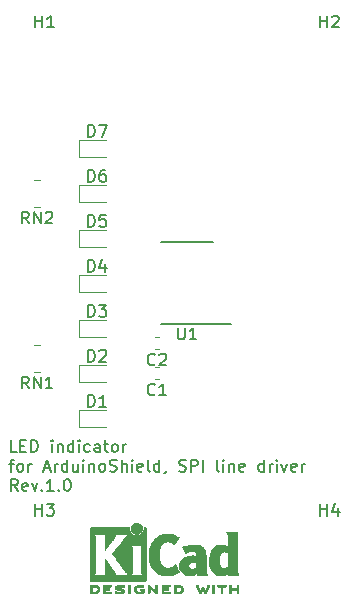
<source format=gbr>
G04 #@! TF.GenerationSoftware,KiCad,Pcbnew,(5.1.2)-1*
G04 #@! TF.CreationDate,2020-09-11T17:35:28+02:00*
G04 #@! TF.ProjectId,LEDadapter,4c454461-6461-4707-9465-722e6b696361,1.0*
G04 #@! TF.SameCoordinates,Original*
G04 #@! TF.FileFunction,Legend,Top*
G04 #@! TF.FilePolarity,Positive*
%FSLAX46Y46*%
G04 Gerber Fmt 4.6, Leading zero omitted, Abs format (unit mm)*
G04 Created by KiCad (PCBNEW (5.1.2)-1) date 2020-09-11 17:35:28*
%MOMM*%
%LPD*%
G04 APERTURE LIST*
%ADD10C,0.150000*%
%ADD11C,0.010000*%
%ADD12C,0.120000*%
G04 APERTURE END LIST*
D10*
X82091785Y-101926380D02*
X81615595Y-101926380D01*
X81615595Y-100926380D01*
X82425119Y-101402571D02*
X82758452Y-101402571D01*
X82901309Y-101926380D02*
X82425119Y-101926380D01*
X82425119Y-100926380D01*
X82901309Y-100926380D01*
X83329880Y-101926380D02*
X83329880Y-100926380D01*
X83567976Y-100926380D01*
X83710833Y-100974000D01*
X83806071Y-101069238D01*
X83853690Y-101164476D01*
X83901309Y-101354952D01*
X83901309Y-101497809D01*
X83853690Y-101688285D01*
X83806071Y-101783523D01*
X83710833Y-101878761D01*
X83567976Y-101926380D01*
X83329880Y-101926380D01*
X85091785Y-101926380D02*
X85091785Y-101259714D01*
X85091785Y-100926380D02*
X85044166Y-100974000D01*
X85091785Y-101021619D01*
X85139404Y-100974000D01*
X85091785Y-100926380D01*
X85091785Y-101021619D01*
X85567976Y-101259714D02*
X85567976Y-101926380D01*
X85567976Y-101354952D02*
X85615595Y-101307333D01*
X85710833Y-101259714D01*
X85853690Y-101259714D01*
X85948928Y-101307333D01*
X85996547Y-101402571D01*
X85996547Y-101926380D01*
X86901309Y-101926380D02*
X86901309Y-100926380D01*
X86901309Y-101878761D02*
X86806071Y-101926380D01*
X86615595Y-101926380D01*
X86520357Y-101878761D01*
X86472738Y-101831142D01*
X86425119Y-101735904D01*
X86425119Y-101450190D01*
X86472738Y-101354952D01*
X86520357Y-101307333D01*
X86615595Y-101259714D01*
X86806071Y-101259714D01*
X86901309Y-101307333D01*
X87377500Y-101926380D02*
X87377500Y-101259714D01*
X87377500Y-100926380D02*
X87329880Y-100974000D01*
X87377500Y-101021619D01*
X87425119Y-100974000D01*
X87377500Y-100926380D01*
X87377500Y-101021619D01*
X88282261Y-101878761D02*
X88187023Y-101926380D01*
X87996547Y-101926380D01*
X87901309Y-101878761D01*
X87853690Y-101831142D01*
X87806071Y-101735904D01*
X87806071Y-101450190D01*
X87853690Y-101354952D01*
X87901309Y-101307333D01*
X87996547Y-101259714D01*
X88187023Y-101259714D01*
X88282261Y-101307333D01*
X89139404Y-101926380D02*
X89139404Y-101402571D01*
X89091785Y-101307333D01*
X88996547Y-101259714D01*
X88806071Y-101259714D01*
X88710833Y-101307333D01*
X89139404Y-101878761D02*
X89044166Y-101926380D01*
X88806071Y-101926380D01*
X88710833Y-101878761D01*
X88663214Y-101783523D01*
X88663214Y-101688285D01*
X88710833Y-101593047D01*
X88806071Y-101545428D01*
X89044166Y-101545428D01*
X89139404Y-101497809D01*
X89472738Y-101259714D02*
X89853690Y-101259714D01*
X89615595Y-100926380D02*
X89615595Y-101783523D01*
X89663214Y-101878761D01*
X89758452Y-101926380D01*
X89853690Y-101926380D01*
X90329880Y-101926380D02*
X90234642Y-101878761D01*
X90187023Y-101831142D01*
X90139404Y-101735904D01*
X90139404Y-101450190D01*
X90187023Y-101354952D01*
X90234642Y-101307333D01*
X90329880Y-101259714D01*
X90472738Y-101259714D01*
X90567976Y-101307333D01*
X90615595Y-101354952D01*
X90663214Y-101450190D01*
X90663214Y-101735904D01*
X90615595Y-101831142D01*
X90567976Y-101878761D01*
X90472738Y-101926380D01*
X90329880Y-101926380D01*
X91091785Y-101926380D02*
X91091785Y-101259714D01*
X91091785Y-101450190D02*
X91139404Y-101354952D01*
X91187023Y-101307333D01*
X91282261Y-101259714D01*
X91377500Y-101259714D01*
X81472738Y-102909714D02*
X81853690Y-102909714D01*
X81615595Y-103576380D02*
X81615595Y-102719238D01*
X81663214Y-102624000D01*
X81758452Y-102576380D01*
X81853690Y-102576380D01*
X82329880Y-103576380D02*
X82234642Y-103528761D01*
X82187023Y-103481142D01*
X82139404Y-103385904D01*
X82139404Y-103100190D01*
X82187023Y-103004952D01*
X82234642Y-102957333D01*
X82329880Y-102909714D01*
X82472738Y-102909714D01*
X82567976Y-102957333D01*
X82615595Y-103004952D01*
X82663214Y-103100190D01*
X82663214Y-103385904D01*
X82615595Y-103481142D01*
X82567976Y-103528761D01*
X82472738Y-103576380D01*
X82329880Y-103576380D01*
X83091785Y-103576380D02*
X83091785Y-102909714D01*
X83091785Y-103100190D02*
X83139404Y-103004952D01*
X83187023Y-102957333D01*
X83282261Y-102909714D01*
X83377500Y-102909714D01*
X84425119Y-103290666D02*
X84901309Y-103290666D01*
X84329880Y-103576380D02*
X84663214Y-102576380D01*
X84996547Y-103576380D01*
X85329880Y-103576380D02*
X85329880Y-102909714D01*
X85329880Y-103100190D02*
X85377500Y-103004952D01*
X85425119Y-102957333D01*
X85520357Y-102909714D01*
X85615595Y-102909714D01*
X86377500Y-103576380D02*
X86377500Y-102576380D01*
X86377500Y-103528761D02*
X86282261Y-103576380D01*
X86091785Y-103576380D01*
X85996547Y-103528761D01*
X85948928Y-103481142D01*
X85901309Y-103385904D01*
X85901309Y-103100190D01*
X85948928Y-103004952D01*
X85996547Y-102957333D01*
X86091785Y-102909714D01*
X86282261Y-102909714D01*
X86377500Y-102957333D01*
X87282261Y-102909714D02*
X87282261Y-103576380D01*
X86853690Y-102909714D02*
X86853690Y-103433523D01*
X86901309Y-103528761D01*
X86996547Y-103576380D01*
X87139404Y-103576380D01*
X87234642Y-103528761D01*
X87282261Y-103481142D01*
X87758452Y-103576380D02*
X87758452Y-102909714D01*
X87758452Y-102576380D02*
X87710833Y-102624000D01*
X87758452Y-102671619D01*
X87806071Y-102624000D01*
X87758452Y-102576380D01*
X87758452Y-102671619D01*
X88234642Y-102909714D02*
X88234642Y-103576380D01*
X88234642Y-103004952D02*
X88282261Y-102957333D01*
X88377500Y-102909714D01*
X88520357Y-102909714D01*
X88615595Y-102957333D01*
X88663214Y-103052571D01*
X88663214Y-103576380D01*
X89282261Y-103576380D02*
X89187023Y-103528761D01*
X89139404Y-103481142D01*
X89091785Y-103385904D01*
X89091785Y-103100190D01*
X89139404Y-103004952D01*
X89187023Y-102957333D01*
X89282261Y-102909714D01*
X89425119Y-102909714D01*
X89520357Y-102957333D01*
X89567976Y-103004952D01*
X89615595Y-103100190D01*
X89615595Y-103385904D01*
X89567976Y-103481142D01*
X89520357Y-103528761D01*
X89425119Y-103576380D01*
X89282261Y-103576380D01*
X89996547Y-103528761D02*
X90139404Y-103576380D01*
X90377500Y-103576380D01*
X90472738Y-103528761D01*
X90520357Y-103481142D01*
X90567976Y-103385904D01*
X90567976Y-103290666D01*
X90520357Y-103195428D01*
X90472738Y-103147809D01*
X90377500Y-103100190D01*
X90187023Y-103052571D01*
X90091785Y-103004952D01*
X90044166Y-102957333D01*
X89996547Y-102862095D01*
X89996547Y-102766857D01*
X90044166Y-102671619D01*
X90091785Y-102624000D01*
X90187023Y-102576380D01*
X90425119Y-102576380D01*
X90567976Y-102624000D01*
X90996547Y-103576380D02*
X90996547Y-102576380D01*
X91425119Y-103576380D02*
X91425119Y-103052571D01*
X91377500Y-102957333D01*
X91282261Y-102909714D01*
X91139404Y-102909714D01*
X91044166Y-102957333D01*
X90996547Y-103004952D01*
X91901309Y-103576380D02*
X91901309Y-102909714D01*
X91901309Y-102576380D02*
X91853690Y-102624000D01*
X91901309Y-102671619D01*
X91948928Y-102624000D01*
X91901309Y-102576380D01*
X91901309Y-102671619D01*
X92758452Y-103528761D02*
X92663214Y-103576380D01*
X92472738Y-103576380D01*
X92377500Y-103528761D01*
X92329880Y-103433523D01*
X92329880Y-103052571D01*
X92377500Y-102957333D01*
X92472738Y-102909714D01*
X92663214Y-102909714D01*
X92758452Y-102957333D01*
X92806071Y-103052571D01*
X92806071Y-103147809D01*
X92329880Y-103243047D01*
X93377500Y-103576380D02*
X93282261Y-103528761D01*
X93234642Y-103433523D01*
X93234642Y-102576380D01*
X94187023Y-103576380D02*
X94187023Y-102576380D01*
X94187023Y-103528761D02*
X94091785Y-103576380D01*
X93901309Y-103576380D01*
X93806071Y-103528761D01*
X93758452Y-103481142D01*
X93710833Y-103385904D01*
X93710833Y-103100190D01*
X93758452Y-103004952D01*
X93806071Y-102957333D01*
X93901309Y-102909714D01*
X94091785Y-102909714D01*
X94187023Y-102957333D01*
X94710833Y-103528761D02*
X94710833Y-103576380D01*
X94663214Y-103671619D01*
X94615595Y-103719238D01*
X95853690Y-103528761D02*
X95996547Y-103576380D01*
X96234642Y-103576380D01*
X96329880Y-103528761D01*
X96377500Y-103481142D01*
X96425119Y-103385904D01*
X96425119Y-103290666D01*
X96377500Y-103195428D01*
X96329880Y-103147809D01*
X96234642Y-103100190D01*
X96044166Y-103052571D01*
X95948928Y-103004952D01*
X95901309Y-102957333D01*
X95853690Y-102862095D01*
X95853690Y-102766857D01*
X95901309Y-102671619D01*
X95948928Y-102624000D01*
X96044166Y-102576380D01*
X96282261Y-102576380D01*
X96425119Y-102624000D01*
X96853690Y-103576380D02*
X96853690Y-102576380D01*
X97234642Y-102576380D01*
X97329880Y-102624000D01*
X97377500Y-102671619D01*
X97425119Y-102766857D01*
X97425119Y-102909714D01*
X97377500Y-103004952D01*
X97329880Y-103052571D01*
X97234642Y-103100190D01*
X96853690Y-103100190D01*
X97853690Y-103576380D02*
X97853690Y-102576380D01*
X99234642Y-103576380D02*
X99139404Y-103528761D01*
X99091785Y-103433523D01*
X99091785Y-102576380D01*
X99615595Y-103576380D02*
X99615595Y-102909714D01*
X99615595Y-102576380D02*
X99567976Y-102624000D01*
X99615595Y-102671619D01*
X99663214Y-102624000D01*
X99615595Y-102576380D01*
X99615595Y-102671619D01*
X100091785Y-102909714D02*
X100091785Y-103576380D01*
X100091785Y-103004952D02*
X100139404Y-102957333D01*
X100234642Y-102909714D01*
X100377500Y-102909714D01*
X100472738Y-102957333D01*
X100520357Y-103052571D01*
X100520357Y-103576380D01*
X101377500Y-103528761D02*
X101282261Y-103576380D01*
X101091785Y-103576380D01*
X100996547Y-103528761D01*
X100948928Y-103433523D01*
X100948928Y-103052571D01*
X100996547Y-102957333D01*
X101091785Y-102909714D01*
X101282261Y-102909714D01*
X101377500Y-102957333D01*
X101425119Y-103052571D01*
X101425119Y-103147809D01*
X100948928Y-103243047D01*
X103044166Y-103576380D02*
X103044166Y-102576380D01*
X103044166Y-103528761D02*
X102948928Y-103576380D01*
X102758452Y-103576380D01*
X102663214Y-103528761D01*
X102615595Y-103481142D01*
X102567976Y-103385904D01*
X102567976Y-103100190D01*
X102615595Y-103004952D01*
X102663214Y-102957333D01*
X102758452Y-102909714D01*
X102948928Y-102909714D01*
X103044166Y-102957333D01*
X103520357Y-103576380D02*
X103520357Y-102909714D01*
X103520357Y-103100190D02*
X103567976Y-103004952D01*
X103615595Y-102957333D01*
X103710833Y-102909714D01*
X103806071Y-102909714D01*
X104139404Y-103576380D02*
X104139404Y-102909714D01*
X104139404Y-102576380D02*
X104091785Y-102624000D01*
X104139404Y-102671619D01*
X104187023Y-102624000D01*
X104139404Y-102576380D01*
X104139404Y-102671619D01*
X104520357Y-102909714D02*
X104758452Y-103576380D01*
X104996547Y-102909714D01*
X105758452Y-103528761D02*
X105663214Y-103576380D01*
X105472738Y-103576380D01*
X105377500Y-103528761D01*
X105329880Y-103433523D01*
X105329880Y-103052571D01*
X105377500Y-102957333D01*
X105472738Y-102909714D01*
X105663214Y-102909714D01*
X105758452Y-102957333D01*
X105806071Y-103052571D01*
X105806071Y-103147809D01*
X105329880Y-103243047D01*
X106234642Y-103576380D02*
X106234642Y-102909714D01*
X106234642Y-103100190D02*
X106282261Y-103004952D01*
X106329880Y-102957333D01*
X106425119Y-102909714D01*
X106520357Y-102909714D01*
X82187023Y-105226380D02*
X81853690Y-104750190D01*
X81615595Y-105226380D02*
X81615595Y-104226380D01*
X81996547Y-104226380D01*
X82091785Y-104274000D01*
X82139404Y-104321619D01*
X82187023Y-104416857D01*
X82187023Y-104559714D01*
X82139404Y-104654952D01*
X82091785Y-104702571D01*
X81996547Y-104750190D01*
X81615595Y-104750190D01*
X82996547Y-105178761D02*
X82901309Y-105226380D01*
X82710833Y-105226380D01*
X82615595Y-105178761D01*
X82567976Y-105083523D01*
X82567976Y-104702571D01*
X82615595Y-104607333D01*
X82710833Y-104559714D01*
X82901309Y-104559714D01*
X82996547Y-104607333D01*
X83044166Y-104702571D01*
X83044166Y-104797809D01*
X82567976Y-104893047D01*
X83377500Y-104559714D02*
X83615595Y-105226380D01*
X83853690Y-104559714D01*
X84234642Y-105131142D02*
X84282261Y-105178761D01*
X84234642Y-105226380D01*
X84187023Y-105178761D01*
X84234642Y-105131142D01*
X84234642Y-105226380D01*
X85234642Y-105226380D02*
X84663214Y-105226380D01*
X84948928Y-105226380D02*
X84948928Y-104226380D01*
X84853690Y-104369238D01*
X84758452Y-104464476D01*
X84663214Y-104512095D01*
X85663214Y-105131142D02*
X85710833Y-105178761D01*
X85663214Y-105226380D01*
X85615595Y-105178761D01*
X85663214Y-105131142D01*
X85663214Y-105226380D01*
X86329880Y-104226380D02*
X86425119Y-104226380D01*
X86520357Y-104274000D01*
X86567976Y-104321619D01*
X86615595Y-104416857D01*
X86663214Y-104607333D01*
X86663214Y-104845428D01*
X86615595Y-105035904D01*
X86567976Y-105131142D01*
X86520357Y-105178761D01*
X86425119Y-105226380D01*
X86329880Y-105226380D01*
X86234642Y-105178761D01*
X86187023Y-105131142D01*
X86139404Y-105035904D01*
X86091785Y-104845428D01*
X86091785Y-104607333D01*
X86139404Y-104416857D01*
X86187023Y-104321619D01*
X86234642Y-104274000D01*
X86329880Y-104226380D01*
D11*
G36*
X91643200Y-108385454D02*
G01*
X91654065Y-108499393D01*
X91685682Y-108607016D01*
X91736585Y-108706015D01*
X91805307Y-108794084D01*
X91890381Y-108868916D01*
X91987368Y-108926784D01*
X92093636Y-108966405D01*
X92200650Y-108984973D01*
X92306300Y-108983834D01*
X92408475Y-108964330D01*
X92505066Y-108927806D01*
X92593962Y-108875605D01*
X92673054Y-108809073D01*
X92740231Y-108729552D01*
X92793383Y-108638387D01*
X92830401Y-108536923D01*
X92849173Y-108426502D01*
X92851111Y-108376606D01*
X92851111Y-108288667D01*
X92903040Y-108288667D01*
X92939347Y-108291511D01*
X92966245Y-108303311D01*
X92993351Y-108327049D01*
X93031733Y-108365431D01*
X93031733Y-110557002D01*
X93031724Y-110819139D01*
X93031692Y-111059641D01*
X93031628Y-111279448D01*
X93031524Y-111479501D01*
X93031373Y-111660744D01*
X93031166Y-111824116D01*
X93030894Y-111970560D01*
X93030550Y-112101017D01*
X93030126Y-112216429D01*
X93029613Y-112317738D01*
X93029003Y-112405884D01*
X93028288Y-112481810D01*
X93027460Y-112546457D01*
X93026511Y-112600767D01*
X93025433Y-112645680D01*
X93024217Y-112682140D01*
X93022855Y-112711087D01*
X93021339Y-112733463D01*
X93019662Y-112750209D01*
X93017814Y-112762268D01*
X93015787Y-112770580D01*
X93013575Y-112776087D01*
X93012492Y-112777937D01*
X93008329Y-112784949D01*
X93004795Y-112791396D01*
X93000965Y-112797300D01*
X92995918Y-112802686D01*
X92988729Y-112807578D01*
X92978477Y-112811998D01*
X92964236Y-112815972D01*
X92945086Y-112819521D01*
X92920101Y-112822670D01*
X92888360Y-112825442D01*
X92848938Y-112827861D01*
X92800914Y-112829951D01*
X92743363Y-112831735D01*
X92675363Y-112833237D01*
X92595990Y-112834480D01*
X92504321Y-112835489D01*
X92399434Y-112836285D01*
X92280404Y-112836894D01*
X92146310Y-112837339D01*
X91996227Y-112837643D01*
X91829233Y-112837830D01*
X91644404Y-112837924D01*
X91440817Y-112837948D01*
X91217550Y-112837925D01*
X90973678Y-112837880D01*
X90708279Y-112837837D01*
X90669896Y-112837832D01*
X90402918Y-112837789D01*
X90157598Y-112837718D01*
X89933017Y-112837613D01*
X89728255Y-112837466D01*
X89542394Y-112837269D01*
X89374512Y-112837016D01*
X89223692Y-112836700D01*
X89089013Y-112836313D01*
X88969556Y-112835847D01*
X88864401Y-112835297D01*
X88772629Y-112834653D01*
X88693321Y-112833911D01*
X88625557Y-112833061D01*
X88568418Y-112832097D01*
X88520983Y-112831011D01*
X88482334Y-112829797D01*
X88451551Y-112828447D01*
X88427715Y-112826955D01*
X88409906Y-112825311D01*
X88397205Y-112823511D01*
X88388692Y-112821545D01*
X88384334Y-112819877D01*
X88375872Y-112816306D01*
X88368103Y-112813670D01*
X88360998Y-112811034D01*
X88354527Y-112807462D01*
X88348661Y-112802021D01*
X88343371Y-112793775D01*
X88338626Y-112781790D01*
X88334398Y-112765131D01*
X88330657Y-112742863D01*
X88327373Y-112714052D01*
X88324517Y-112677763D01*
X88322060Y-112633061D01*
X88319971Y-112579011D01*
X88318222Y-112514679D01*
X88316783Y-112439130D01*
X88315624Y-112351430D01*
X88314717Y-112250643D01*
X88314031Y-112135834D01*
X88313537Y-112006070D01*
X88313205Y-111860415D01*
X88313007Y-111697935D01*
X88312913Y-111517695D01*
X88312892Y-111318760D01*
X88312915Y-111100196D01*
X88312954Y-110861068D01*
X88312978Y-110600440D01*
X88312978Y-110558289D01*
X88312964Y-110295392D01*
X88312939Y-110054132D01*
X88312929Y-109833565D01*
X88312958Y-109632752D01*
X88313052Y-109450749D01*
X88313238Y-109286616D01*
X88313541Y-109139411D01*
X88313986Y-109008192D01*
X88314566Y-108898267D01*
X88617403Y-108898267D01*
X88657193Y-108956111D01*
X88668364Y-108971879D01*
X88678434Y-108985841D01*
X88687462Y-108999184D01*
X88695503Y-109013093D01*
X88702614Y-109028756D01*
X88708853Y-109047358D01*
X88714275Y-109070086D01*
X88718938Y-109098127D01*
X88722899Y-109132667D01*
X88726215Y-109174892D01*
X88728941Y-109225989D01*
X88731136Y-109287144D01*
X88732855Y-109359544D01*
X88734156Y-109444375D01*
X88735095Y-109542822D01*
X88735730Y-109656074D01*
X88736116Y-109785316D01*
X88736312Y-109931734D01*
X88736373Y-110096516D01*
X88736357Y-110280847D01*
X88736320Y-110485913D01*
X88736311Y-110608533D01*
X88736335Y-110825482D01*
X88736369Y-111021042D01*
X88736357Y-111196399D01*
X88736242Y-111352741D01*
X88735970Y-111491257D01*
X88735482Y-111613134D01*
X88734724Y-111719560D01*
X88733638Y-111811722D01*
X88732169Y-111890809D01*
X88730260Y-111958008D01*
X88727856Y-112014507D01*
X88724899Y-112061493D01*
X88721334Y-112100155D01*
X88717105Y-112131680D01*
X88712154Y-112157255D01*
X88706427Y-112178070D01*
X88699867Y-112195311D01*
X88692417Y-112210165D01*
X88684021Y-112223822D01*
X88674624Y-112237469D01*
X88664168Y-112252293D01*
X88658077Y-112261183D01*
X88619304Y-112318800D01*
X89150868Y-112318800D01*
X89274117Y-112318765D01*
X89376613Y-112318615D01*
X89460180Y-112318278D01*
X89526644Y-112317686D01*
X89577829Y-112316767D01*
X89615559Y-112315451D01*
X89641660Y-112313669D01*
X89657956Y-112311351D01*
X89666272Y-112308426D01*
X89668432Y-112304824D01*
X89666261Y-112300475D01*
X89665065Y-112299045D01*
X89639915Y-112261973D01*
X89614017Y-112209172D01*
X89590408Y-112147170D01*
X89582139Y-112120757D01*
X89577522Y-112102816D01*
X89573621Y-112081755D01*
X89570352Y-112055489D01*
X89567634Y-112021932D01*
X89565385Y-111978999D01*
X89563523Y-111924604D01*
X89561964Y-111856662D01*
X89560628Y-111773088D01*
X89559431Y-111671795D01*
X89558292Y-111550700D01*
X89557915Y-111506000D01*
X89556898Y-111380849D01*
X89556140Y-111276482D01*
X89555697Y-111191107D01*
X89555630Y-111122933D01*
X89555995Y-111070165D01*
X89556852Y-111031014D01*
X89558259Y-111003685D01*
X89560275Y-110986386D01*
X89562957Y-110977326D01*
X89566364Y-110974712D01*
X89570556Y-110976751D01*
X89575029Y-110981067D01*
X89585384Y-110994002D01*
X89607442Y-111023076D01*
X89639643Y-111066159D01*
X89680426Y-111121118D01*
X89728230Y-111185823D01*
X89781495Y-111258142D01*
X89838660Y-111335944D01*
X89898163Y-111417098D01*
X89958445Y-111499472D01*
X90017945Y-111580936D01*
X90075102Y-111659357D01*
X90128355Y-111732604D01*
X90176143Y-111798547D01*
X90216907Y-111855054D01*
X90249084Y-111899993D01*
X90271115Y-111931234D01*
X90275683Y-111937866D01*
X90298604Y-111974769D01*
X90325412Y-112022759D01*
X90350811Y-112072297D01*
X90354032Y-112078977D01*
X90375710Y-112127172D01*
X90388296Y-112164734D01*
X90394026Y-112200560D01*
X90395144Y-112242600D01*
X90394510Y-112318800D01*
X91548949Y-112318800D01*
X91457785Y-112225069D01*
X91410988Y-112175175D01*
X91360701Y-112118695D01*
X91314656Y-112064426D01*
X91294231Y-112039073D01*
X91263793Y-111999528D01*
X91223738Y-111946316D01*
X91175239Y-111881067D01*
X91119465Y-111805411D01*
X91057589Y-111720977D01*
X90990781Y-111629394D01*
X90920213Y-111532292D01*
X90847055Y-111431301D01*
X90772479Y-111328050D01*
X90697656Y-111224168D01*
X90623757Y-111121285D01*
X90551954Y-111021031D01*
X90483416Y-110925036D01*
X90419316Y-110834927D01*
X90360825Y-110752336D01*
X90309114Y-110678892D01*
X90265353Y-110616224D01*
X90230715Y-110565961D01*
X90206370Y-110529734D01*
X90193489Y-110509171D01*
X90191731Y-110505068D01*
X90199690Y-110493742D01*
X90220485Y-110466562D01*
X90252753Y-110425229D01*
X90295130Y-110371444D01*
X90346253Y-110306906D01*
X90404759Y-110233318D01*
X90469286Y-110152378D01*
X90538469Y-110065788D01*
X90610947Y-109975248D01*
X90685354Y-109882460D01*
X90745083Y-109808102D01*
X91756089Y-109808102D01*
X91761998Y-109821059D01*
X91776328Y-109843308D01*
X91777375Y-109844791D01*
X91796162Y-109874944D01*
X91815809Y-109911775D01*
X91819708Y-109919911D01*
X91823244Y-109928340D01*
X91826370Y-109938459D01*
X91829114Y-109951660D01*
X91831508Y-109969338D01*
X91833581Y-109992884D01*
X91835365Y-110023693D01*
X91836888Y-110063157D01*
X91838181Y-110112669D01*
X91839274Y-110173623D01*
X91840197Y-110247411D01*
X91840981Y-110335428D01*
X91841655Y-110439065D01*
X91842250Y-110559716D01*
X91842795Y-110698774D01*
X91843321Y-110857632D01*
X91843855Y-111036489D01*
X91844394Y-111221607D01*
X91844828Y-111385545D01*
X91845091Y-111529703D01*
X91845116Y-111655479D01*
X91844835Y-111764271D01*
X91844181Y-111857477D01*
X91843086Y-111936497D01*
X91841482Y-112002728D01*
X91839303Y-112057570D01*
X91836481Y-112102421D01*
X91832949Y-112138678D01*
X91828639Y-112167741D01*
X91823483Y-112191009D01*
X91817415Y-112209879D01*
X91810367Y-112225751D01*
X91802271Y-112240022D01*
X91793060Y-112254091D01*
X91784560Y-112266558D01*
X91767424Y-112292852D01*
X91757278Y-112310437D01*
X91756089Y-112313657D01*
X91766996Y-112314734D01*
X91798189Y-112315735D01*
X91847377Y-112316635D01*
X91912267Y-112317410D01*
X91990570Y-112318037D01*
X92079993Y-112318491D01*
X92178244Y-112318749D01*
X92247155Y-112318800D01*
X92352148Y-112318580D01*
X92448990Y-112317948D01*
X92535493Y-112316949D01*
X92609468Y-112315627D01*
X92668726Y-112314026D01*
X92711080Y-112312191D01*
X92734340Y-112310165D01*
X92738222Y-112308893D01*
X92730524Y-112293991D01*
X92722526Y-112285960D01*
X92709354Y-112268834D01*
X92692115Y-112238583D01*
X92680193Y-112214022D01*
X92653555Y-112155111D01*
X92650480Y-110978245D01*
X92647405Y-109801378D01*
X92201747Y-109801378D01*
X92103930Y-109801542D01*
X92013536Y-109802011D01*
X91932970Y-109802747D01*
X91864638Y-109803716D01*
X91810944Y-109804880D01*
X91774295Y-109806203D01*
X91757096Y-109807649D01*
X91756089Y-109808102D01*
X90745083Y-109808102D01*
X90760330Y-109789122D01*
X90834510Y-109696937D01*
X90906531Y-109607604D01*
X90975031Y-109522824D01*
X91038645Y-109444298D01*
X91096012Y-109373726D01*
X91145767Y-109312809D01*
X91186548Y-109263247D01*
X91203712Y-109242578D01*
X91290004Y-109141916D01*
X91366603Y-109058659D01*
X91435417Y-108990838D01*
X91498352Y-108936489D01*
X91507733Y-108929122D01*
X91547244Y-108898517D01*
X90415484Y-108898267D01*
X90420773Y-108946244D01*
X90417470Y-109003588D01*
X90395939Y-109071863D01*
X90355965Y-109151612D01*
X90310657Y-109223895D01*
X90294439Y-109246540D01*
X90266386Y-109284096D01*
X90228170Y-109334421D01*
X90181463Y-109395373D01*
X90127939Y-109464811D01*
X90069269Y-109540594D01*
X90007125Y-109620580D01*
X89943179Y-109702628D01*
X89879105Y-109784596D01*
X89816573Y-109864343D01*
X89757257Y-109939727D01*
X89702829Y-110008607D01*
X89654961Y-110068842D01*
X89615325Y-110118289D01*
X89585594Y-110154808D01*
X89567439Y-110176258D01*
X89564380Y-110179556D01*
X89561521Y-110171549D01*
X89559307Y-110141255D01*
X89557743Y-110088956D01*
X89556833Y-110014931D01*
X89556580Y-109919463D01*
X89556987Y-109802834D01*
X89557896Y-109682845D01*
X89559218Y-109550733D01*
X89560743Y-109438994D01*
X89562719Y-109345425D01*
X89565394Y-109267819D01*
X89569018Y-109203974D01*
X89573839Y-109151683D01*
X89580106Y-109108744D01*
X89588068Y-109072951D01*
X89597973Y-109042100D01*
X89610069Y-109013986D01*
X89624607Y-108986405D01*
X89639289Y-108961366D01*
X89677286Y-108898267D01*
X88617403Y-108898267D01*
X88314566Y-108898267D01*
X88314599Y-108892017D01*
X88315405Y-108789944D01*
X88316430Y-108701033D01*
X88317700Y-108624341D01*
X88319240Y-108558927D01*
X88321076Y-108503849D01*
X88323233Y-108458165D01*
X88325737Y-108420934D01*
X88328613Y-108391213D01*
X88331887Y-108368062D01*
X88335585Y-108350539D01*
X88339731Y-108337701D01*
X88344353Y-108328608D01*
X88349474Y-108322318D01*
X88355122Y-108317888D01*
X88361321Y-108314378D01*
X88368096Y-108310845D01*
X88374092Y-108307276D01*
X88379325Y-108304700D01*
X88387501Y-108302372D01*
X88399714Y-108300278D01*
X88417059Y-108298407D01*
X88440631Y-108296747D01*
X88471523Y-108295284D01*
X88510832Y-108294008D01*
X88559650Y-108292904D01*
X88619073Y-108291961D01*
X88690196Y-108291167D01*
X88774112Y-108290509D01*
X88871917Y-108289975D01*
X88984706Y-108289553D01*
X89113571Y-108289229D01*
X89259609Y-108288992D01*
X89423914Y-108288830D01*
X89607580Y-108288730D01*
X89811703Y-108288680D01*
X90022847Y-108288667D01*
X91643200Y-108288667D01*
X91643200Y-108385454D01*
X91643200Y-108385454D01*
G37*
X91643200Y-108385454D02*
X91654065Y-108499393D01*
X91685682Y-108607016D01*
X91736585Y-108706015D01*
X91805307Y-108794084D01*
X91890381Y-108868916D01*
X91987368Y-108926784D01*
X92093636Y-108966405D01*
X92200650Y-108984973D01*
X92306300Y-108983834D01*
X92408475Y-108964330D01*
X92505066Y-108927806D01*
X92593962Y-108875605D01*
X92673054Y-108809073D01*
X92740231Y-108729552D01*
X92793383Y-108638387D01*
X92830401Y-108536923D01*
X92849173Y-108426502D01*
X92851111Y-108376606D01*
X92851111Y-108288667D01*
X92903040Y-108288667D01*
X92939347Y-108291511D01*
X92966245Y-108303311D01*
X92993351Y-108327049D01*
X93031733Y-108365431D01*
X93031733Y-110557002D01*
X93031724Y-110819139D01*
X93031692Y-111059641D01*
X93031628Y-111279448D01*
X93031524Y-111479501D01*
X93031373Y-111660744D01*
X93031166Y-111824116D01*
X93030894Y-111970560D01*
X93030550Y-112101017D01*
X93030126Y-112216429D01*
X93029613Y-112317738D01*
X93029003Y-112405884D01*
X93028288Y-112481810D01*
X93027460Y-112546457D01*
X93026511Y-112600767D01*
X93025433Y-112645680D01*
X93024217Y-112682140D01*
X93022855Y-112711087D01*
X93021339Y-112733463D01*
X93019662Y-112750209D01*
X93017814Y-112762268D01*
X93015787Y-112770580D01*
X93013575Y-112776087D01*
X93012492Y-112777937D01*
X93008329Y-112784949D01*
X93004795Y-112791396D01*
X93000965Y-112797300D01*
X92995918Y-112802686D01*
X92988729Y-112807578D01*
X92978477Y-112811998D01*
X92964236Y-112815972D01*
X92945086Y-112819521D01*
X92920101Y-112822670D01*
X92888360Y-112825442D01*
X92848938Y-112827861D01*
X92800914Y-112829951D01*
X92743363Y-112831735D01*
X92675363Y-112833237D01*
X92595990Y-112834480D01*
X92504321Y-112835489D01*
X92399434Y-112836285D01*
X92280404Y-112836894D01*
X92146310Y-112837339D01*
X91996227Y-112837643D01*
X91829233Y-112837830D01*
X91644404Y-112837924D01*
X91440817Y-112837948D01*
X91217550Y-112837925D01*
X90973678Y-112837880D01*
X90708279Y-112837837D01*
X90669896Y-112837832D01*
X90402918Y-112837789D01*
X90157598Y-112837718D01*
X89933017Y-112837613D01*
X89728255Y-112837466D01*
X89542394Y-112837269D01*
X89374512Y-112837016D01*
X89223692Y-112836700D01*
X89089013Y-112836313D01*
X88969556Y-112835847D01*
X88864401Y-112835297D01*
X88772629Y-112834653D01*
X88693321Y-112833911D01*
X88625557Y-112833061D01*
X88568418Y-112832097D01*
X88520983Y-112831011D01*
X88482334Y-112829797D01*
X88451551Y-112828447D01*
X88427715Y-112826955D01*
X88409906Y-112825311D01*
X88397205Y-112823511D01*
X88388692Y-112821545D01*
X88384334Y-112819877D01*
X88375872Y-112816306D01*
X88368103Y-112813670D01*
X88360998Y-112811034D01*
X88354527Y-112807462D01*
X88348661Y-112802021D01*
X88343371Y-112793775D01*
X88338626Y-112781790D01*
X88334398Y-112765131D01*
X88330657Y-112742863D01*
X88327373Y-112714052D01*
X88324517Y-112677763D01*
X88322060Y-112633061D01*
X88319971Y-112579011D01*
X88318222Y-112514679D01*
X88316783Y-112439130D01*
X88315624Y-112351430D01*
X88314717Y-112250643D01*
X88314031Y-112135834D01*
X88313537Y-112006070D01*
X88313205Y-111860415D01*
X88313007Y-111697935D01*
X88312913Y-111517695D01*
X88312892Y-111318760D01*
X88312915Y-111100196D01*
X88312954Y-110861068D01*
X88312978Y-110600440D01*
X88312978Y-110558289D01*
X88312964Y-110295392D01*
X88312939Y-110054132D01*
X88312929Y-109833565D01*
X88312958Y-109632752D01*
X88313052Y-109450749D01*
X88313238Y-109286616D01*
X88313541Y-109139411D01*
X88313986Y-109008192D01*
X88314566Y-108898267D01*
X88617403Y-108898267D01*
X88657193Y-108956111D01*
X88668364Y-108971879D01*
X88678434Y-108985841D01*
X88687462Y-108999184D01*
X88695503Y-109013093D01*
X88702614Y-109028756D01*
X88708853Y-109047358D01*
X88714275Y-109070086D01*
X88718938Y-109098127D01*
X88722899Y-109132667D01*
X88726215Y-109174892D01*
X88728941Y-109225989D01*
X88731136Y-109287144D01*
X88732855Y-109359544D01*
X88734156Y-109444375D01*
X88735095Y-109542822D01*
X88735730Y-109656074D01*
X88736116Y-109785316D01*
X88736312Y-109931734D01*
X88736373Y-110096516D01*
X88736357Y-110280847D01*
X88736320Y-110485913D01*
X88736311Y-110608533D01*
X88736335Y-110825482D01*
X88736369Y-111021042D01*
X88736357Y-111196399D01*
X88736242Y-111352741D01*
X88735970Y-111491257D01*
X88735482Y-111613134D01*
X88734724Y-111719560D01*
X88733638Y-111811722D01*
X88732169Y-111890809D01*
X88730260Y-111958008D01*
X88727856Y-112014507D01*
X88724899Y-112061493D01*
X88721334Y-112100155D01*
X88717105Y-112131680D01*
X88712154Y-112157255D01*
X88706427Y-112178070D01*
X88699867Y-112195311D01*
X88692417Y-112210165D01*
X88684021Y-112223822D01*
X88674624Y-112237469D01*
X88664168Y-112252293D01*
X88658077Y-112261183D01*
X88619304Y-112318800D01*
X89150868Y-112318800D01*
X89274117Y-112318765D01*
X89376613Y-112318615D01*
X89460180Y-112318278D01*
X89526644Y-112317686D01*
X89577829Y-112316767D01*
X89615559Y-112315451D01*
X89641660Y-112313669D01*
X89657956Y-112311351D01*
X89666272Y-112308426D01*
X89668432Y-112304824D01*
X89666261Y-112300475D01*
X89665065Y-112299045D01*
X89639915Y-112261973D01*
X89614017Y-112209172D01*
X89590408Y-112147170D01*
X89582139Y-112120757D01*
X89577522Y-112102816D01*
X89573621Y-112081755D01*
X89570352Y-112055489D01*
X89567634Y-112021932D01*
X89565385Y-111978999D01*
X89563523Y-111924604D01*
X89561964Y-111856662D01*
X89560628Y-111773088D01*
X89559431Y-111671795D01*
X89558292Y-111550700D01*
X89557915Y-111506000D01*
X89556898Y-111380849D01*
X89556140Y-111276482D01*
X89555697Y-111191107D01*
X89555630Y-111122933D01*
X89555995Y-111070165D01*
X89556852Y-111031014D01*
X89558259Y-111003685D01*
X89560275Y-110986386D01*
X89562957Y-110977326D01*
X89566364Y-110974712D01*
X89570556Y-110976751D01*
X89575029Y-110981067D01*
X89585384Y-110994002D01*
X89607442Y-111023076D01*
X89639643Y-111066159D01*
X89680426Y-111121118D01*
X89728230Y-111185823D01*
X89781495Y-111258142D01*
X89838660Y-111335944D01*
X89898163Y-111417098D01*
X89958445Y-111499472D01*
X90017945Y-111580936D01*
X90075102Y-111659357D01*
X90128355Y-111732604D01*
X90176143Y-111798547D01*
X90216907Y-111855054D01*
X90249084Y-111899993D01*
X90271115Y-111931234D01*
X90275683Y-111937866D01*
X90298604Y-111974769D01*
X90325412Y-112022759D01*
X90350811Y-112072297D01*
X90354032Y-112078977D01*
X90375710Y-112127172D01*
X90388296Y-112164734D01*
X90394026Y-112200560D01*
X90395144Y-112242600D01*
X90394510Y-112318800D01*
X91548949Y-112318800D01*
X91457785Y-112225069D01*
X91410988Y-112175175D01*
X91360701Y-112118695D01*
X91314656Y-112064426D01*
X91294231Y-112039073D01*
X91263793Y-111999528D01*
X91223738Y-111946316D01*
X91175239Y-111881067D01*
X91119465Y-111805411D01*
X91057589Y-111720977D01*
X90990781Y-111629394D01*
X90920213Y-111532292D01*
X90847055Y-111431301D01*
X90772479Y-111328050D01*
X90697656Y-111224168D01*
X90623757Y-111121285D01*
X90551954Y-111021031D01*
X90483416Y-110925036D01*
X90419316Y-110834927D01*
X90360825Y-110752336D01*
X90309114Y-110678892D01*
X90265353Y-110616224D01*
X90230715Y-110565961D01*
X90206370Y-110529734D01*
X90193489Y-110509171D01*
X90191731Y-110505068D01*
X90199690Y-110493742D01*
X90220485Y-110466562D01*
X90252753Y-110425229D01*
X90295130Y-110371444D01*
X90346253Y-110306906D01*
X90404759Y-110233318D01*
X90469286Y-110152378D01*
X90538469Y-110065788D01*
X90610947Y-109975248D01*
X90685354Y-109882460D01*
X90745083Y-109808102D01*
X91756089Y-109808102D01*
X91761998Y-109821059D01*
X91776328Y-109843308D01*
X91777375Y-109844791D01*
X91796162Y-109874944D01*
X91815809Y-109911775D01*
X91819708Y-109919911D01*
X91823244Y-109928340D01*
X91826370Y-109938459D01*
X91829114Y-109951660D01*
X91831508Y-109969338D01*
X91833581Y-109992884D01*
X91835365Y-110023693D01*
X91836888Y-110063157D01*
X91838181Y-110112669D01*
X91839274Y-110173623D01*
X91840197Y-110247411D01*
X91840981Y-110335428D01*
X91841655Y-110439065D01*
X91842250Y-110559716D01*
X91842795Y-110698774D01*
X91843321Y-110857632D01*
X91843855Y-111036489D01*
X91844394Y-111221607D01*
X91844828Y-111385545D01*
X91845091Y-111529703D01*
X91845116Y-111655479D01*
X91844835Y-111764271D01*
X91844181Y-111857477D01*
X91843086Y-111936497D01*
X91841482Y-112002728D01*
X91839303Y-112057570D01*
X91836481Y-112102421D01*
X91832949Y-112138678D01*
X91828639Y-112167741D01*
X91823483Y-112191009D01*
X91817415Y-112209879D01*
X91810367Y-112225751D01*
X91802271Y-112240022D01*
X91793060Y-112254091D01*
X91784560Y-112266558D01*
X91767424Y-112292852D01*
X91757278Y-112310437D01*
X91756089Y-112313657D01*
X91766996Y-112314734D01*
X91798189Y-112315735D01*
X91847377Y-112316635D01*
X91912267Y-112317410D01*
X91990570Y-112318037D01*
X92079993Y-112318491D01*
X92178244Y-112318749D01*
X92247155Y-112318800D01*
X92352148Y-112318580D01*
X92448990Y-112317948D01*
X92535493Y-112316949D01*
X92609468Y-112315627D01*
X92668726Y-112314026D01*
X92711080Y-112312191D01*
X92734340Y-112310165D01*
X92738222Y-112308893D01*
X92730524Y-112293991D01*
X92722526Y-112285960D01*
X92709354Y-112268834D01*
X92692115Y-112238583D01*
X92680193Y-112214022D01*
X92653555Y-112155111D01*
X92650480Y-110978245D01*
X92647405Y-109801378D01*
X92201747Y-109801378D01*
X92103930Y-109801542D01*
X92013536Y-109802011D01*
X91932970Y-109802747D01*
X91864638Y-109803716D01*
X91810944Y-109804880D01*
X91774295Y-109806203D01*
X91757096Y-109807649D01*
X91756089Y-109808102D01*
X90745083Y-109808102D01*
X90760330Y-109789122D01*
X90834510Y-109696937D01*
X90906531Y-109607604D01*
X90975031Y-109522824D01*
X91038645Y-109444298D01*
X91096012Y-109373726D01*
X91145767Y-109312809D01*
X91186548Y-109263247D01*
X91203712Y-109242578D01*
X91290004Y-109141916D01*
X91366603Y-109058659D01*
X91435417Y-108990838D01*
X91498352Y-108936489D01*
X91507733Y-108929122D01*
X91547244Y-108898517D01*
X90415484Y-108898267D01*
X90420773Y-108946244D01*
X90417470Y-109003588D01*
X90395939Y-109071863D01*
X90355965Y-109151612D01*
X90310657Y-109223895D01*
X90294439Y-109246540D01*
X90266386Y-109284096D01*
X90228170Y-109334421D01*
X90181463Y-109395373D01*
X90127939Y-109464811D01*
X90069269Y-109540594D01*
X90007125Y-109620580D01*
X89943179Y-109702628D01*
X89879105Y-109784596D01*
X89816573Y-109864343D01*
X89757257Y-109939727D01*
X89702829Y-110008607D01*
X89654961Y-110068842D01*
X89615325Y-110118289D01*
X89585594Y-110154808D01*
X89567439Y-110176258D01*
X89564380Y-110179556D01*
X89561521Y-110171549D01*
X89559307Y-110141255D01*
X89557743Y-110088956D01*
X89556833Y-110014931D01*
X89556580Y-109919463D01*
X89556987Y-109802834D01*
X89557896Y-109682845D01*
X89559218Y-109550733D01*
X89560743Y-109438994D01*
X89562719Y-109345425D01*
X89565394Y-109267819D01*
X89569018Y-109203974D01*
X89573839Y-109151683D01*
X89580106Y-109108744D01*
X89588068Y-109072951D01*
X89597973Y-109042100D01*
X89610069Y-109013986D01*
X89624607Y-108986405D01*
X89639289Y-108961366D01*
X89677286Y-108898267D01*
X88617403Y-108898267D01*
X88314566Y-108898267D01*
X88314599Y-108892017D01*
X88315405Y-108789944D01*
X88316430Y-108701033D01*
X88317700Y-108624341D01*
X88319240Y-108558927D01*
X88321076Y-108503849D01*
X88323233Y-108458165D01*
X88325737Y-108420934D01*
X88328613Y-108391213D01*
X88331887Y-108368062D01*
X88335585Y-108350539D01*
X88339731Y-108337701D01*
X88344353Y-108328608D01*
X88349474Y-108322318D01*
X88355122Y-108317888D01*
X88361321Y-108314378D01*
X88368096Y-108310845D01*
X88374092Y-108307276D01*
X88379325Y-108304700D01*
X88387501Y-108302372D01*
X88399714Y-108300278D01*
X88417059Y-108298407D01*
X88440631Y-108296747D01*
X88471523Y-108295284D01*
X88510832Y-108294008D01*
X88559650Y-108292904D01*
X88619073Y-108291961D01*
X88690196Y-108291167D01*
X88774112Y-108290509D01*
X88871917Y-108289975D01*
X88984706Y-108289553D01*
X89113571Y-108289229D01*
X89259609Y-108288992D01*
X89423914Y-108288830D01*
X89607580Y-108288730D01*
X89811703Y-108288680D01*
X90022847Y-108288667D01*
X91643200Y-108288667D01*
X91643200Y-108385454D01*
G36*
X94918029Y-108845471D02*
G01*
X95078170Y-108866645D01*
X95242110Y-108906785D01*
X95411913Y-108966289D01*
X95589643Y-109045554D01*
X95600910Y-109051099D01*
X95658605Y-109079125D01*
X95710152Y-109103202D01*
X95751791Y-109121649D01*
X95779762Y-109132786D01*
X95789333Y-109135333D01*
X95808550Y-109140341D01*
X95813161Y-109144547D01*
X95808058Y-109154980D01*
X95792018Y-109181268D01*
X95766888Y-109220657D01*
X95734514Y-109270391D01*
X95696743Y-109327715D01*
X95655422Y-109389876D01*
X95612398Y-109454118D01*
X95569517Y-109517685D01*
X95528626Y-109577825D01*
X95491571Y-109631780D01*
X95460200Y-109676797D01*
X95436359Y-109710121D01*
X95421894Y-109728997D01*
X95419909Y-109731187D01*
X95409791Y-109726538D01*
X95387450Y-109709362D01*
X95356880Y-109682840D01*
X95341136Y-109668364D01*
X95244647Y-109593082D01*
X95137936Y-109537641D01*
X95022432Y-109502541D01*
X94899562Y-109488280D01*
X94830161Y-109489451D01*
X94709023Y-109506612D01*
X94599805Y-109542494D01*
X94502182Y-109597359D01*
X94415828Y-109671470D01*
X94340415Y-109765088D01*
X94275618Y-109878476D01*
X94238201Y-109965067D01*
X94194348Y-110100766D01*
X94162028Y-110248250D01*
X94141157Y-110403714D01*
X94131651Y-110563356D01*
X94133427Y-110723373D01*
X94146403Y-110879961D01*
X94170494Y-111029318D01*
X94205618Y-111167640D01*
X94251692Y-111291124D01*
X94267973Y-111325378D01*
X94336220Y-111439464D01*
X94416679Y-111535957D01*
X94508170Y-111614070D01*
X94609511Y-111673017D01*
X94719520Y-111712012D01*
X94837015Y-111730268D01*
X94878483Y-111731611D01*
X95000041Y-111720690D01*
X95120478Y-111687874D01*
X95238266Y-111633839D01*
X95351877Y-111559265D01*
X95443285Y-111480939D01*
X95489815Y-111436408D01*
X95671083Y-111733671D01*
X95716180Y-111807833D01*
X95757419Y-111876046D01*
X95793335Y-111935859D01*
X95822466Y-111984820D01*
X95843350Y-112020479D01*
X95854524Y-112040384D01*
X95855975Y-112043479D01*
X95847746Y-112053118D01*
X95822167Y-112070399D01*
X95782473Y-112093683D01*
X95731897Y-112121334D01*
X95673674Y-112151715D01*
X95611037Y-112183190D01*
X95547221Y-112214122D01*
X95485460Y-112242873D01*
X95428988Y-112267808D01*
X95381038Y-112287289D01*
X95357586Y-112295718D01*
X95223821Y-112333533D01*
X95085927Y-112358536D01*
X94938222Y-112371540D01*
X94811433Y-112373868D01*
X94743478Y-112372773D01*
X94677877Y-112370675D01*
X94620447Y-112367834D01*
X94577003Y-112364506D01*
X94562898Y-112362822D01*
X94423884Y-112333987D01*
X94282357Y-112288868D01*
X94144875Y-112230150D01*
X94017994Y-112160520D01*
X93940489Y-112107841D01*
X93813081Y-111999639D01*
X93694778Y-111873071D01*
X93587772Y-111731266D01*
X93494252Y-111577351D01*
X93416410Y-111414453D01*
X93372556Y-111297156D01*
X93322308Y-111113528D01*
X93288809Y-110918981D01*
X93272049Y-110717725D01*
X93272016Y-110513968D01*
X93288701Y-110311921D01*
X93322093Y-110115792D01*
X93372180Y-109929791D01*
X93375997Y-109918203D01*
X93438881Y-109756150D01*
X93515628Y-109608232D01*
X93608842Y-109470265D01*
X93721127Y-109338061D01*
X93764992Y-109292799D01*
X93901134Y-109168857D01*
X94041091Y-109066315D01*
X94187011Y-108984056D01*
X94341042Y-108920964D01*
X94505332Y-108875923D01*
X94600889Y-108858433D01*
X94759623Y-108842866D01*
X94918029Y-108845471D01*
X94918029Y-108845471D01*
G37*
X94918029Y-108845471D02*
X95078170Y-108866645D01*
X95242110Y-108906785D01*
X95411913Y-108966289D01*
X95589643Y-109045554D01*
X95600910Y-109051099D01*
X95658605Y-109079125D01*
X95710152Y-109103202D01*
X95751791Y-109121649D01*
X95779762Y-109132786D01*
X95789333Y-109135333D01*
X95808550Y-109140341D01*
X95813161Y-109144547D01*
X95808058Y-109154980D01*
X95792018Y-109181268D01*
X95766888Y-109220657D01*
X95734514Y-109270391D01*
X95696743Y-109327715D01*
X95655422Y-109389876D01*
X95612398Y-109454118D01*
X95569517Y-109517685D01*
X95528626Y-109577825D01*
X95491571Y-109631780D01*
X95460200Y-109676797D01*
X95436359Y-109710121D01*
X95421894Y-109728997D01*
X95419909Y-109731187D01*
X95409791Y-109726538D01*
X95387450Y-109709362D01*
X95356880Y-109682840D01*
X95341136Y-109668364D01*
X95244647Y-109593082D01*
X95137936Y-109537641D01*
X95022432Y-109502541D01*
X94899562Y-109488280D01*
X94830161Y-109489451D01*
X94709023Y-109506612D01*
X94599805Y-109542494D01*
X94502182Y-109597359D01*
X94415828Y-109671470D01*
X94340415Y-109765088D01*
X94275618Y-109878476D01*
X94238201Y-109965067D01*
X94194348Y-110100766D01*
X94162028Y-110248250D01*
X94141157Y-110403714D01*
X94131651Y-110563356D01*
X94133427Y-110723373D01*
X94146403Y-110879961D01*
X94170494Y-111029318D01*
X94205618Y-111167640D01*
X94251692Y-111291124D01*
X94267973Y-111325378D01*
X94336220Y-111439464D01*
X94416679Y-111535957D01*
X94508170Y-111614070D01*
X94609511Y-111673017D01*
X94719520Y-111712012D01*
X94837015Y-111730268D01*
X94878483Y-111731611D01*
X95000041Y-111720690D01*
X95120478Y-111687874D01*
X95238266Y-111633839D01*
X95351877Y-111559265D01*
X95443285Y-111480939D01*
X95489815Y-111436408D01*
X95671083Y-111733671D01*
X95716180Y-111807833D01*
X95757419Y-111876046D01*
X95793335Y-111935859D01*
X95822466Y-111984820D01*
X95843350Y-112020479D01*
X95854524Y-112040384D01*
X95855975Y-112043479D01*
X95847746Y-112053118D01*
X95822167Y-112070399D01*
X95782473Y-112093683D01*
X95731897Y-112121334D01*
X95673674Y-112151715D01*
X95611037Y-112183190D01*
X95547221Y-112214122D01*
X95485460Y-112242873D01*
X95428988Y-112267808D01*
X95381038Y-112287289D01*
X95357586Y-112295718D01*
X95223821Y-112333533D01*
X95085927Y-112358536D01*
X94938222Y-112371540D01*
X94811433Y-112373868D01*
X94743478Y-112372773D01*
X94677877Y-112370675D01*
X94620447Y-112367834D01*
X94577003Y-112364506D01*
X94562898Y-112362822D01*
X94423884Y-112333987D01*
X94282357Y-112288868D01*
X94144875Y-112230150D01*
X94017994Y-112160520D01*
X93940489Y-112107841D01*
X93813081Y-111999639D01*
X93694778Y-111873071D01*
X93587772Y-111731266D01*
X93494252Y-111577351D01*
X93416410Y-111414453D01*
X93372556Y-111297156D01*
X93322308Y-111113528D01*
X93288809Y-110918981D01*
X93272049Y-110717725D01*
X93272016Y-110513968D01*
X93288701Y-110311921D01*
X93322093Y-110115792D01*
X93372180Y-109929791D01*
X93375997Y-109918203D01*
X93438881Y-109756150D01*
X93515628Y-109608232D01*
X93608842Y-109470265D01*
X93721127Y-109338061D01*
X93764992Y-109292799D01*
X93901134Y-109168857D01*
X94041091Y-109066315D01*
X94187011Y-108984056D01*
X94341042Y-108920964D01*
X94505332Y-108875923D01*
X94600889Y-108858433D01*
X94759623Y-108842866D01*
X94918029Y-108845471D01*
G36*
X97263174Y-109762952D02*
G01*
X97415092Y-109782967D01*
X97550356Y-109816602D01*
X97669839Y-109864125D01*
X97774415Y-109925805D01*
X97852024Y-109989365D01*
X97920865Y-110063499D01*
X97974606Y-110143271D01*
X98017510Y-110235491D01*
X98032984Y-110278561D01*
X98045844Y-110317542D01*
X98057046Y-110353689D01*
X98066720Y-110388834D01*
X98074996Y-110424810D01*
X98082003Y-110463450D01*
X98087872Y-110506585D01*
X98092731Y-110556049D01*
X98096710Y-110613673D01*
X98099940Y-110681291D01*
X98102549Y-110760734D01*
X98104667Y-110853836D01*
X98106424Y-110962427D01*
X98107949Y-111088342D01*
X98109372Y-111233412D01*
X98110625Y-111376178D01*
X98111951Y-111532368D01*
X98113156Y-111667639D01*
X98114366Y-111783646D01*
X98115706Y-111882045D01*
X98117300Y-111964493D01*
X98119275Y-112032646D01*
X98121756Y-112088160D01*
X98124869Y-112132692D01*
X98128738Y-112167898D01*
X98133489Y-112195434D01*
X98139248Y-112216956D01*
X98146139Y-112234122D01*
X98154289Y-112248586D01*
X98163823Y-112262006D01*
X98174866Y-112276038D01*
X98179166Y-112281471D01*
X98194986Y-112304310D01*
X98202022Y-112319863D01*
X98202044Y-112320322D01*
X98191167Y-112322521D01*
X98160182Y-112324547D01*
X98111557Y-112326342D01*
X98047763Y-112327851D01*
X97971269Y-112329016D01*
X97884544Y-112329780D01*
X97790057Y-112330086D01*
X97779150Y-112330089D01*
X97356257Y-112330089D01*
X97352995Y-112234022D01*
X97349733Y-112137956D01*
X97287644Y-112188943D01*
X97190314Y-112256457D01*
X97080413Y-112311149D01*
X96993949Y-112341378D01*
X96924878Y-112356066D01*
X96841525Y-112366059D01*
X96751759Y-112371046D01*
X96663445Y-112370713D01*
X96584451Y-112364751D01*
X96548222Y-112359038D01*
X96408203Y-112321176D01*
X96281778Y-112266332D01*
X96169860Y-112195324D01*
X96073362Y-112108968D01*
X95993200Y-112008079D01*
X95930287Y-111893476D01*
X95885912Y-111767384D01*
X95873578Y-111710801D01*
X95865968Y-111648602D01*
X95862339Y-111573763D01*
X95861845Y-111539867D01*
X95861910Y-111536682D01*
X96621848Y-111536682D01*
X96631141Y-111611733D01*
X96659328Y-111675560D01*
X96707797Y-111731198D01*
X96712854Y-111735611D01*
X96761148Y-111770437D01*
X96812857Y-111793020D01*
X96873589Y-111804940D01*
X96948952Y-111807783D01*
X96967059Y-111807378D01*
X97020878Y-111804725D01*
X97060908Y-111799309D01*
X97095924Y-111789145D01*
X97134703Y-111772250D01*
X97145345Y-111767072D01*
X97205996Y-111731244D01*
X97252815Y-111688612D01*
X97265552Y-111673373D01*
X97310222Y-111616862D01*
X97310222Y-111420986D01*
X97309686Y-111342339D01*
X97307996Y-111284388D01*
X97305028Y-111245275D01*
X97300657Y-111223141D01*
X97296572Y-111216674D01*
X97280647Y-111213511D01*
X97246864Y-111210888D01*
X97199940Y-111209055D01*
X97144593Y-111208257D01*
X97135706Y-111208242D01*
X97014930Y-111213496D01*
X96912260Y-111229663D01*
X96825706Y-111257361D01*
X96753281Y-111297208D01*
X96698351Y-111344158D01*
X96653804Y-111402045D01*
X96629080Y-111465093D01*
X96621848Y-111536682D01*
X95861910Y-111536682D01*
X95863778Y-111446112D01*
X95872122Y-111367212D01*
X95888368Y-111295990D01*
X95914005Y-111225264D01*
X95938001Y-111172893D01*
X95996620Y-111077596D01*
X96074717Y-110989570D01*
X96169915Y-110910417D01*
X96279838Y-110841740D01*
X96402110Y-110785141D01*
X96534355Y-110742221D01*
X96599022Y-110727282D01*
X96735204Y-110705177D01*
X96883649Y-110690594D01*
X97035105Y-110684213D01*
X97161664Y-110685845D01*
X97323550Y-110692624D01*
X97316130Y-110633645D01*
X97296838Y-110534492D01*
X97265704Y-110453772D01*
X97221869Y-110390866D01*
X97164471Y-110345156D01*
X97092648Y-110316022D01*
X97005541Y-110302847D01*
X96902286Y-110305011D01*
X96864311Y-110309012D01*
X96723120Y-110334180D01*
X96586307Y-110375214D01*
X96491778Y-110413215D01*
X96446618Y-110432590D01*
X96408185Y-110448160D01*
X96381834Y-110457805D01*
X96374146Y-110459852D01*
X96364402Y-110450774D01*
X96347683Y-110421805D01*
X96323832Y-110372617D01*
X96292693Y-110302884D01*
X96254107Y-110212279D01*
X96247510Y-110196489D01*
X96217453Y-110124172D01*
X96190474Y-110058825D01*
X96167736Y-110003306D01*
X96150406Y-109960472D01*
X96139648Y-109933181D01*
X96136541Y-109924342D01*
X96146540Y-109919587D01*
X96172817Y-109914310D01*
X96201089Y-109910631D01*
X96231246Y-109905874D01*
X96279033Y-109896428D01*
X96340212Y-109883220D01*
X96410546Y-109867176D01*
X96485794Y-109849220D01*
X96514355Y-109842197D01*
X96619416Y-109816609D01*
X96707080Y-109796547D01*
X96781668Y-109781369D01*
X96847503Y-109770435D01*
X96908907Y-109763104D01*
X96970202Y-109758735D01*
X97035710Y-109756687D01*
X97093728Y-109756289D01*
X97263174Y-109762952D01*
X97263174Y-109762952D01*
G37*
X97263174Y-109762952D02*
X97415092Y-109782967D01*
X97550356Y-109816602D01*
X97669839Y-109864125D01*
X97774415Y-109925805D01*
X97852024Y-109989365D01*
X97920865Y-110063499D01*
X97974606Y-110143271D01*
X98017510Y-110235491D01*
X98032984Y-110278561D01*
X98045844Y-110317542D01*
X98057046Y-110353689D01*
X98066720Y-110388834D01*
X98074996Y-110424810D01*
X98082003Y-110463450D01*
X98087872Y-110506585D01*
X98092731Y-110556049D01*
X98096710Y-110613673D01*
X98099940Y-110681291D01*
X98102549Y-110760734D01*
X98104667Y-110853836D01*
X98106424Y-110962427D01*
X98107949Y-111088342D01*
X98109372Y-111233412D01*
X98110625Y-111376178D01*
X98111951Y-111532368D01*
X98113156Y-111667639D01*
X98114366Y-111783646D01*
X98115706Y-111882045D01*
X98117300Y-111964493D01*
X98119275Y-112032646D01*
X98121756Y-112088160D01*
X98124869Y-112132692D01*
X98128738Y-112167898D01*
X98133489Y-112195434D01*
X98139248Y-112216956D01*
X98146139Y-112234122D01*
X98154289Y-112248586D01*
X98163823Y-112262006D01*
X98174866Y-112276038D01*
X98179166Y-112281471D01*
X98194986Y-112304310D01*
X98202022Y-112319863D01*
X98202044Y-112320322D01*
X98191167Y-112322521D01*
X98160182Y-112324547D01*
X98111557Y-112326342D01*
X98047763Y-112327851D01*
X97971269Y-112329016D01*
X97884544Y-112329780D01*
X97790057Y-112330086D01*
X97779150Y-112330089D01*
X97356257Y-112330089D01*
X97352995Y-112234022D01*
X97349733Y-112137956D01*
X97287644Y-112188943D01*
X97190314Y-112256457D01*
X97080413Y-112311149D01*
X96993949Y-112341378D01*
X96924878Y-112356066D01*
X96841525Y-112366059D01*
X96751759Y-112371046D01*
X96663445Y-112370713D01*
X96584451Y-112364751D01*
X96548222Y-112359038D01*
X96408203Y-112321176D01*
X96281778Y-112266332D01*
X96169860Y-112195324D01*
X96073362Y-112108968D01*
X95993200Y-112008079D01*
X95930287Y-111893476D01*
X95885912Y-111767384D01*
X95873578Y-111710801D01*
X95865968Y-111648602D01*
X95862339Y-111573763D01*
X95861845Y-111539867D01*
X95861910Y-111536682D01*
X96621848Y-111536682D01*
X96631141Y-111611733D01*
X96659328Y-111675560D01*
X96707797Y-111731198D01*
X96712854Y-111735611D01*
X96761148Y-111770437D01*
X96812857Y-111793020D01*
X96873589Y-111804940D01*
X96948952Y-111807783D01*
X96967059Y-111807378D01*
X97020878Y-111804725D01*
X97060908Y-111799309D01*
X97095924Y-111789145D01*
X97134703Y-111772250D01*
X97145345Y-111767072D01*
X97205996Y-111731244D01*
X97252815Y-111688612D01*
X97265552Y-111673373D01*
X97310222Y-111616862D01*
X97310222Y-111420986D01*
X97309686Y-111342339D01*
X97307996Y-111284388D01*
X97305028Y-111245275D01*
X97300657Y-111223141D01*
X97296572Y-111216674D01*
X97280647Y-111213511D01*
X97246864Y-111210888D01*
X97199940Y-111209055D01*
X97144593Y-111208257D01*
X97135706Y-111208242D01*
X97014930Y-111213496D01*
X96912260Y-111229663D01*
X96825706Y-111257361D01*
X96753281Y-111297208D01*
X96698351Y-111344158D01*
X96653804Y-111402045D01*
X96629080Y-111465093D01*
X96621848Y-111536682D01*
X95861910Y-111536682D01*
X95863778Y-111446112D01*
X95872122Y-111367212D01*
X95888368Y-111295990D01*
X95914005Y-111225264D01*
X95938001Y-111172893D01*
X95996620Y-111077596D01*
X96074717Y-110989570D01*
X96169915Y-110910417D01*
X96279838Y-110841740D01*
X96402110Y-110785141D01*
X96534355Y-110742221D01*
X96599022Y-110727282D01*
X96735204Y-110705177D01*
X96883649Y-110690594D01*
X97035105Y-110684213D01*
X97161664Y-110685845D01*
X97323550Y-110692624D01*
X97316130Y-110633645D01*
X97296838Y-110534492D01*
X97265704Y-110453772D01*
X97221869Y-110390866D01*
X97164471Y-110345156D01*
X97092648Y-110316022D01*
X97005541Y-110302847D01*
X96902286Y-110305011D01*
X96864311Y-110309012D01*
X96723120Y-110334180D01*
X96586307Y-110375214D01*
X96491778Y-110413215D01*
X96446618Y-110432590D01*
X96408185Y-110448160D01*
X96381834Y-110457805D01*
X96374146Y-110459852D01*
X96364402Y-110450774D01*
X96347683Y-110421805D01*
X96323832Y-110372617D01*
X96292693Y-110302884D01*
X96254107Y-110212279D01*
X96247510Y-110196489D01*
X96217453Y-110124172D01*
X96190474Y-110058825D01*
X96167736Y-110003306D01*
X96150406Y-109960472D01*
X96139648Y-109933181D01*
X96136541Y-109924342D01*
X96146540Y-109919587D01*
X96172817Y-109914310D01*
X96201089Y-109910631D01*
X96231246Y-109905874D01*
X96279033Y-109896428D01*
X96340212Y-109883220D01*
X96410546Y-109867176D01*
X96485794Y-109849220D01*
X96514355Y-109842197D01*
X96619416Y-109816609D01*
X96707080Y-109796547D01*
X96781668Y-109781369D01*
X96847503Y-109770435D01*
X96908907Y-109763104D01*
X96970202Y-109758735D01*
X97035710Y-109756687D01*
X97093728Y-109756289D01*
X97263174Y-109762952D01*
G36*
X100776107Y-110368645D02*
G01*
X100776126Y-110603062D01*
X100776152Y-110816003D01*
X100776225Y-111008568D01*
X100776382Y-111181859D01*
X100776664Y-111336976D01*
X100777109Y-111475020D01*
X100777756Y-111597092D01*
X100778645Y-111704294D01*
X100779813Y-111797726D01*
X100781301Y-111878490D01*
X100783146Y-111947686D01*
X100785389Y-112006415D01*
X100788069Y-112055779D01*
X100791223Y-112096878D01*
X100794892Y-112130813D01*
X100799113Y-112158686D01*
X100803927Y-112181598D01*
X100809373Y-112200649D01*
X100815488Y-112216940D01*
X100822312Y-112231573D01*
X100829885Y-112245649D01*
X100838245Y-112260268D01*
X100843439Y-112269374D01*
X100877704Y-112330089D01*
X100019555Y-112330089D01*
X100019555Y-112234133D01*
X100018824Y-112190770D01*
X100016872Y-112157605D01*
X100014063Y-112139824D01*
X100012821Y-112138178D01*
X100001399Y-112145062D01*
X99978684Y-112162905D01*
X99955985Y-112182279D01*
X99901400Y-112223014D01*
X99831921Y-112264017D01*
X99754870Y-112301523D01*
X99677565Y-112331764D01*
X99646713Y-112341412D01*
X99578216Y-112355978D01*
X99495364Y-112365939D01*
X99405971Y-112370983D01*
X99317848Y-112370796D01*
X99238807Y-112365066D01*
X99201111Y-112359258D01*
X99063014Y-112321197D01*
X98935713Y-112263473D01*
X98819892Y-112186611D01*
X98716237Y-112091139D01*
X98625433Y-111977579D01*
X98558631Y-111866781D01*
X98503764Y-111750025D01*
X98461763Y-111630676D01*
X98431767Y-111504683D01*
X98412911Y-111367994D01*
X98404332Y-111216558D01*
X98403606Y-111139111D01*
X98405700Y-111082334D01*
X99234817Y-111082334D01*
X99235024Y-111175402D01*
X99237937Y-111263092D01*
X99243600Y-111340172D01*
X99252055Y-111401409D01*
X99254638Y-111413750D01*
X99286440Y-111521033D01*
X99328098Y-111608058D01*
X99379963Y-111675042D01*
X99442381Y-111722205D01*
X99515700Y-111749765D01*
X99600269Y-111757941D01*
X99696435Y-111746951D01*
X99759911Y-111731229D01*
X99809054Y-111713039D01*
X99863183Y-111687191D01*
X99903844Y-111663489D01*
X99974400Y-111617121D01*
X99974400Y-110466930D01*
X99906992Y-110423362D01*
X99828467Y-110382440D01*
X99744281Y-110355789D01*
X99659157Y-110343865D01*
X99577816Y-110347122D01*
X99504980Y-110366015D01*
X99473026Y-110381584D01*
X99415101Y-110424581D01*
X99366144Y-110481353D01*
X99324990Y-110553975D01*
X99290474Y-110644521D01*
X99261433Y-110755066D01*
X99260152Y-110760933D01*
X99249981Y-110823188D01*
X99242339Y-110900994D01*
X99237270Y-110989120D01*
X99234817Y-111082334D01*
X98405700Y-111082334D01*
X98411457Y-110926295D01*
X98433402Y-110730459D01*
X98469386Y-110551732D01*
X98519359Y-110390245D01*
X98583268Y-110246126D01*
X98661062Y-110119506D01*
X98752689Y-110010515D01*
X98858097Y-109919283D01*
X98903262Y-109888332D01*
X99004211Y-109832185D01*
X99107501Y-109792574D01*
X99217589Y-109768414D01*
X99338930Y-109758619D01*
X99431436Y-109759665D01*
X99561090Y-109770631D01*
X99673684Y-109792446D01*
X99772475Y-109826114D01*
X99860721Y-109872636D01*
X99909586Y-109906848D01*
X99938953Y-109928762D01*
X99960643Y-109943733D01*
X99968853Y-109948133D01*
X99970468Y-109937304D01*
X99971759Y-109906651D01*
X99972738Y-109858926D01*
X99973417Y-109796879D01*
X99973810Y-109723262D01*
X99973930Y-109640827D01*
X99973788Y-109552325D01*
X99973397Y-109460507D01*
X99972771Y-109368124D01*
X99971920Y-109277928D01*
X99970860Y-109192671D01*
X99969601Y-109115103D01*
X99968156Y-109047976D01*
X99966538Y-108994041D01*
X99964761Y-108956050D01*
X99964269Y-108949067D01*
X99956692Y-108878651D01*
X99945131Y-108823502D01*
X99927392Y-108776381D01*
X99901282Y-108730047D01*
X99895015Y-108720467D01*
X99870583Y-108683778D01*
X100775911Y-108683778D01*
X100776107Y-110368645D01*
X100776107Y-110368645D01*
G37*
X100776107Y-110368645D02*
X100776126Y-110603062D01*
X100776152Y-110816003D01*
X100776225Y-111008568D01*
X100776382Y-111181859D01*
X100776664Y-111336976D01*
X100777109Y-111475020D01*
X100777756Y-111597092D01*
X100778645Y-111704294D01*
X100779813Y-111797726D01*
X100781301Y-111878490D01*
X100783146Y-111947686D01*
X100785389Y-112006415D01*
X100788069Y-112055779D01*
X100791223Y-112096878D01*
X100794892Y-112130813D01*
X100799113Y-112158686D01*
X100803927Y-112181598D01*
X100809373Y-112200649D01*
X100815488Y-112216940D01*
X100822312Y-112231573D01*
X100829885Y-112245649D01*
X100838245Y-112260268D01*
X100843439Y-112269374D01*
X100877704Y-112330089D01*
X100019555Y-112330089D01*
X100019555Y-112234133D01*
X100018824Y-112190770D01*
X100016872Y-112157605D01*
X100014063Y-112139824D01*
X100012821Y-112138178D01*
X100001399Y-112145062D01*
X99978684Y-112162905D01*
X99955985Y-112182279D01*
X99901400Y-112223014D01*
X99831921Y-112264017D01*
X99754870Y-112301523D01*
X99677565Y-112331764D01*
X99646713Y-112341412D01*
X99578216Y-112355978D01*
X99495364Y-112365939D01*
X99405971Y-112370983D01*
X99317848Y-112370796D01*
X99238807Y-112365066D01*
X99201111Y-112359258D01*
X99063014Y-112321197D01*
X98935713Y-112263473D01*
X98819892Y-112186611D01*
X98716237Y-112091139D01*
X98625433Y-111977579D01*
X98558631Y-111866781D01*
X98503764Y-111750025D01*
X98461763Y-111630676D01*
X98431767Y-111504683D01*
X98412911Y-111367994D01*
X98404332Y-111216558D01*
X98403606Y-111139111D01*
X98405700Y-111082334D01*
X99234817Y-111082334D01*
X99235024Y-111175402D01*
X99237937Y-111263092D01*
X99243600Y-111340172D01*
X99252055Y-111401409D01*
X99254638Y-111413750D01*
X99286440Y-111521033D01*
X99328098Y-111608058D01*
X99379963Y-111675042D01*
X99442381Y-111722205D01*
X99515700Y-111749765D01*
X99600269Y-111757941D01*
X99696435Y-111746951D01*
X99759911Y-111731229D01*
X99809054Y-111713039D01*
X99863183Y-111687191D01*
X99903844Y-111663489D01*
X99974400Y-111617121D01*
X99974400Y-110466930D01*
X99906992Y-110423362D01*
X99828467Y-110382440D01*
X99744281Y-110355789D01*
X99659157Y-110343865D01*
X99577816Y-110347122D01*
X99504980Y-110366015D01*
X99473026Y-110381584D01*
X99415101Y-110424581D01*
X99366144Y-110481353D01*
X99324990Y-110553975D01*
X99290474Y-110644521D01*
X99261433Y-110755066D01*
X99260152Y-110760933D01*
X99249981Y-110823188D01*
X99242339Y-110900994D01*
X99237270Y-110989120D01*
X99234817Y-111082334D01*
X98405700Y-111082334D01*
X98411457Y-110926295D01*
X98433402Y-110730459D01*
X98469386Y-110551732D01*
X98519359Y-110390245D01*
X98583268Y-110246126D01*
X98661062Y-110119506D01*
X98752689Y-110010515D01*
X98858097Y-109919283D01*
X98903262Y-109888332D01*
X99004211Y-109832185D01*
X99107501Y-109792574D01*
X99217589Y-109768414D01*
X99338930Y-109758619D01*
X99431436Y-109759665D01*
X99561090Y-109770631D01*
X99673684Y-109792446D01*
X99772475Y-109826114D01*
X99860721Y-109872636D01*
X99909586Y-109906848D01*
X99938953Y-109928762D01*
X99960643Y-109943733D01*
X99968853Y-109948133D01*
X99970468Y-109937304D01*
X99971759Y-109906651D01*
X99972738Y-109858926D01*
X99973417Y-109796879D01*
X99973810Y-109723262D01*
X99973930Y-109640827D01*
X99973788Y-109552325D01*
X99973397Y-109460507D01*
X99972771Y-109368124D01*
X99971920Y-109277928D01*
X99970860Y-109192671D01*
X99969601Y-109115103D01*
X99968156Y-109047976D01*
X99966538Y-108994041D01*
X99964761Y-108956050D01*
X99964269Y-108949067D01*
X99956692Y-108878651D01*
X99945131Y-108823502D01*
X99927392Y-108776381D01*
X99901282Y-108730047D01*
X99895015Y-108720467D01*
X99870583Y-108683778D01*
X100775911Y-108683778D01*
X100776107Y-110368645D01*
G36*
X92316557Y-107922971D02*
G01*
X92412832Y-107947209D01*
X92499416Y-107990041D01*
X92574227Y-108049819D01*
X92635182Y-108124894D01*
X92680201Y-108213620D01*
X92706464Y-108309930D01*
X92712314Y-108407195D01*
X92697460Y-108501054D01*
X92663760Y-108588911D01*
X92613072Y-108668170D01*
X92547255Y-108736236D01*
X92468166Y-108790512D01*
X92377666Y-108828402D01*
X92326400Y-108840826D01*
X92281902Y-108848347D01*
X92247601Y-108851319D01*
X92214640Y-108849494D01*
X92174166Y-108842625D01*
X92141069Y-108835650D01*
X92047653Y-108804141D01*
X91963981Y-108753017D01*
X91891935Y-108683829D01*
X91833400Y-108598128D01*
X91819452Y-108570889D01*
X91803014Y-108534522D01*
X91792706Y-108503982D01*
X91787140Y-108471850D01*
X91784931Y-108430707D01*
X91784652Y-108384622D01*
X91788739Y-108300265D01*
X91802154Y-108230986D01*
X91827344Y-108170361D01*
X91866754Y-108111967D01*
X91905302Y-108067702D01*
X91977194Y-108001884D01*
X92052287Y-107956453D01*
X92135038Y-107929250D01*
X92212672Y-107918976D01*
X92316557Y-107922971D01*
X92316557Y-107922971D01*
G37*
X92316557Y-107922971D02*
X92412832Y-107947209D01*
X92499416Y-107990041D01*
X92574227Y-108049819D01*
X92635182Y-108124894D01*
X92680201Y-108213620D01*
X92706464Y-108309930D01*
X92712314Y-108407195D01*
X92697460Y-108501054D01*
X92663760Y-108588911D01*
X92613072Y-108668170D01*
X92547255Y-108736236D01*
X92468166Y-108790512D01*
X92377666Y-108828402D01*
X92326400Y-108840826D01*
X92281902Y-108848347D01*
X92247601Y-108851319D01*
X92214640Y-108849494D01*
X92174166Y-108842625D01*
X92141069Y-108835650D01*
X92047653Y-108804141D01*
X91963981Y-108753017D01*
X91891935Y-108683829D01*
X91833400Y-108598128D01*
X91819452Y-108570889D01*
X91803014Y-108534522D01*
X91792706Y-108503982D01*
X91787140Y-108471850D01*
X91784931Y-108430707D01*
X91784652Y-108384622D01*
X91788739Y-108300265D01*
X91802154Y-108230986D01*
X91827344Y-108170361D01*
X91866754Y-108111967D01*
X91905302Y-108067702D01*
X91977194Y-108001884D01*
X92052287Y-107956453D01*
X92135038Y-107929250D01*
X92212672Y-107918976D01*
X92316557Y-107922971D01*
G36*
X88468229Y-113165466D02*
G01*
X88507711Y-113165867D01*
X88623400Y-113168659D01*
X88720289Y-113176950D01*
X88801681Y-113191632D01*
X88870877Y-113213593D01*
X88931180Y-113243722D01*
X88985892Y-113282910D01*
X89005433Y-113299932D01*
X89037850Y-113339763D01*
X89067080Y-113393813D01*
X89089609Y-113453723D01*
X89101921Y-113511139D01*
X89103200Y-113532356D01*
X89095183Y-113591169D01*
X89073701Y-113655413D01*
X89042601Y-113716221D01*
X89005734Y-113764730D01*
X88999746Y-113770582D01*
X88949021Y-113811721D01*
X88893475Y-113843835D01*
X88829904Y-113867765D01*
X88755106Y-113884353D01*
X88665878Y-113894441D01*
X88559018Y-113898869D01*
X88510072Y-113899245D01*
X88447838Y-113898945D01*
X88404072Y-113897692D01*
X88374669Y-113894954D01*
X88355521Y-113890201D01*
X88342523Y-113882901D01*
X88335555Y-113876667D01*
X88328974Y-113869094D01*
X88323812Y-113859324D01*
X88319897Y-113844740D01*
X88317057Y-113822726D01*
X88315120Y-113790664D01*
X88313916Y-113745936D01*
X88313272Y-113685926D01*
X88313017Y-113608017D01*
X88312978Y-113532356D01*
X88312730Y-113431441D01*
X88312783Y-113350827D01*
X88313743Y-113312222D01*
X88459733Y-113312222D01*
X88459733Y-113752489D01*
X88552866Y-113752404D01*
X88608907Y-113750796D01*
X88667601Y-113746656D01*
X88716572Y-113740864D01*
X88718062Y-113740626D01*
X88797208Y-113721490D01*
X88858598Y-113691687D01*
X88905295Y-113649278D01*
X88934965Y-113603361D01*
X88953247Y-113552426D01*
X88951829Y-113504600D01*
X88930612Y-113453333D01*
X88889111Y-113400299D01*
X88831602Y-113361000D01*
X88756850Y-113334731D01*
X88706892Y-113325435D01*
X88650184Y-113318907D01*
X88590081Y-113314182D01*
X88538961Y-113312217D01*
X88535933Y-113312208D01*
X88459733Y-113312222D01*
X88313743Y-113312222D01*
X88314340Y-113288251D01*
X88318602Y-113241455D01*
X88326770Y-113208178D01*
X88340044Y-113186159D01*
X88359626Y-113173139D01*
X88386717Y-113166857D01*
X88422518Y-113165053D01*
X88468229Y-113165466D01*
X88468229Y-113165466D01*
G37*
X88468229Y-113165466D02*
X88507711Y-113165867D01*
X88623400Y-113168659D01*
X88720289Y-113176950D01*
X88801681Y-113191632D01*
X88870877Y-113213593D01*
X88931180Y-113243722D01*
X88985892Y-113282910D01*
X89005433Y-113299932D01*
X89037850Y-113339763D01*
X89067080Y-113393813D01*
X89089609Y-113453723D01*
X89101921Y-113511139D01*
X89103200Y-113532356D01*
X89095183Y-113591169D01*
X89073701Y-113655413D01*
X89042601Y-113716221D01*
X89005734Y-113764730D01*
X88999746Y-113770582D01*
X88949021Y-113811721D01*
X88893475Y-113843835D01*
X88829904Y-113867765D01*
X88755106Y-113884353D01*
X88665878Y-113894441D01*
X88559018Y-113898869D01*
X88510072Y-113899245D01*
X88447838Y-113898945D01*
X88404072Y-113897692D01*
X88374669Y-113894954D01*
X88355521Y-113890201D01*
X88342523Y-113882901D01*
X88335555Y-113876667D01*
X88328974Y-113869094D01*
X88323812Y-113859324D01*
X88319897Y-113844740D01*
X88317057Y-113822726D01*
X88315120Y-113790664D01*
X88313916Y-113745936D01*
X88313272Y-113685926D01*
X88313017Y-113608017D01*
X88312978Y-113532356D01*
X88312730Y-113431441D01*
X88312783Y-113350827D01*
X88313743Y-113312222D01*
X88459733Y-113312222D01*
X88459733Y-113752489D01*
X88552866Y-113752404D01*
X88608907Y-113750796D01*
X88667601Y-113746656D01*
X88716572Y-113740864D01*
X88718062Y-113740626D01*
X88797208Y-113721490D01*
X88858598Y-113691687D01*
X88905295Y-113649278D01*
X88934965Y-113603361D01*
X88953247Y-113552426D01*
X88951829Y-113504600D01*
X88930612Y-113453333D01*
X88889111Y-113400299D01*
X88831602Y-113361000D01*
X88756850Y-113334731D01*
X88706892Y-113325435D01*
X88650184Y-113318907D01*
X88590081Y-113314182D01*
X88538961Y-113312217D01*
X88535933Y-113312208D01*
X88459733Y-113312222D01*
X88313743Y-113312222D01*
X88314340Y-113288251D01*
X88318602Y-113241455D01*
X88326770Y-113208178D01*
X88340044Y-113186159D01*
X88359626Y-113173139D01*
X88386717Y-113166857D01*
X88422518Y-113165053D01*
X88468229Y-113165466D01*
G36*
X89876806Y-113165546D02*
G01*
X89946214Y-113165918D01*
X89998603Y-113166785D01*
X90036753Y-113168346D01*
X90063441Y-113170803D01*
X90081447Y-113174357D01*
X90093551Y-113179210D01*
X90102531Y-113185561D01*
X90105782Y-113188484D01*
X90125557Y-113219542D01*
X90129118Y-113255228D01*
X90116109Y-113286910D01*
X90110094Y-113293313D01*
X90100365Y-113299521D01*
X90084699Y-113304310D01*
X90060192Y-113307914D01*
X90023939Y-113310564D01*
X89973035Y-113312495D01*
X89904574Y-113313939D01*
X89841983Y-113314818D01*
X89594266Y-113317867D01*
X89590881Y-113382778D01*
X89587495Y-113447689D01*
X89755642Y-113447689D01*
X89828641Y-113448319D01*
X89882083Y-113450953D01*
X89918972Y-113456709D01*
X89942312Y-113466704D01*
X89955106Y-113482056D01*
X89960358Y-113503882D01*
X89961155Y-113524138D01*
X89958677Y-113548992D01*
X89949323Y-113567306D01*
X89930217Y-113580037D01*
X89898482Y-113588141D01*
X89851241Y-113592576D01*
X89785617Y-113594299D01*
X89749799Y-113594445D01*
X89588622Y-113594445D01*
X89588622Y-113752489D01*
X89836978Y-113752489D01*
X89918387Y-113752602D01*
X89980258Y-113753112D01*
X90025632Y-113754270D01*
X90057546Y-113756330D01*
X90079041Y-113759546D01*
X90093157Y-113764172D01*
X90102932Y-113770459D01*
X90107911Y-113775067D01*
X90124990Y-113801960D01*
X90130489Y-113825867D01*
X90122637Y-113855067D01*
X90107911Y-113876667D01*
X90100054Y-113883466D01*
X90089912Y-113888746D01*
X90074756Y-113892698D01*
X90051859Y-113895513D01*
X90018491Y-113897382D01*
X89971925Y-113898498D01*
X89909433Y-113899051D01*
X89828286Y-113899233D01*
X89786178Y-113899245D01*
X89696002Y-113899165D01*
X89625676Y-113898798D01*
X89572471Y-113897952D01*
X89533660Y-113896436D01*
X89506513Y-113894059D01*
X89488302Y-113890629D01*
X89476300Y-113885954D01*
X89467778Y-113879844D01*
X89464444Y-113876667D01*
X89457845Y-113869070D01*
X89452673Y-113859270D01*
X89448754Y-113844639D01*
X89445916Y-113822552D01*
X89443985Y-113790382D01*
X89442788Y-113745503D01*
X89442152Y-113685289D01*
X89441903Y-113607113D01*
X89441866Y-113534323D01*
X89441900Y-113441107D01*
X89442135Y-113367831D01*
X89442770Y-113311858D01*
X89444006Y-113270551D01*
X89446044Y-113241272D01*
X89449083Y-113221384D01*
X89453323Y-113208250D01*
X89458965Y-113199232D01*
X89466209Y-113191693D01*
X89467994Y-113190012D01*
X89476655Y-113182572D01*
X89486718Y-113176809D01*
X89500975Y-113172512D01*
X89522217Y-113169464D01*
X89553236Y-113167451D01*
X89596823Y-113166260D01*
X89655769Y-113165675D01*
X89732866Y-113165483D01*
X89787599Y-113165467D01*
X89876806Y-113165546D01*
X89876806Y-113165546D01*
G37*
X89876806Y-113165546D02*
X89946214Y-113165918D01*
X89998603Y-113166785D01*
X90036753Y-113168346D01*
X90063441Y-113170803D01*
X90081447Y-113174357D01*
X90093551Y-113179210D01*
X90102531Y-113185561D01*
X90105782Y-113188484D01*
X90125557Y-113219542D01*
X90129118Y-113255228D01*
X90116109Y-113286910D01*
X90110094Y-113293313D01*
X90100365Y-113299521D01*
X90084699Y-113304310D01*
X90060192Y-113307914D01*
X90023939Y-113310564D01*
X89973035Y-113312495D01*
X89904574Y-113313939D01*
X89841983Y-113314818D01*
X89594266Y-113317867D01*
X89590881Y-113382778D01*
X89587495Y-113447689D01*
X89755642Y-113447689D01*
X89828641Y-113448319D01*
X89882083Y-113450953D01*
X89918972Y-113456709D01*
X89942312Y-113466704D01*
X89955106Y-113482056D01*
X89960358Y-113503882D01*
X89961155Y-113524138D01*
X89958677Y-113548992D01*
X89949323Y-113567306D01*
X89930217Y-113580037D01*
X89898482Y-113588141D01*
X89851241Y-113592576D01*
X89785617Y-113594299D01*
X89749799Y-113594445D01*
X89588622Y-113594445D01*
X89588622Y-113752489D01*
X89836978Y-113752489D01*
X89918387Y-113752602D01*
X89980258Y-113753112D01*
X90025632Y-113754270D01*
X90057546Y-113756330D01*
X90079041Y-113759546D01*
X90093157Y-113764172D01*
X90102932Y-113770459D01*
X90107911Y-113775067D01*
X90124990Y-113801960D01*
X90130489Y-113825867D01*
X90122637Y-113855067D01*
X90107911Y-113876667D01*
X90100054Y-113883466D01*
X90089912Y-113888746D01*
X90074756Y-113892698D01*
X90051859Y-113895513D01*
X90018491Y-113897382D01*
X89971925Y-113898498D01*
X89909433Y-113899051D01*
X89828286Y-113899233D01*
X89786178Y-113899245D01*
X89696002Y-113899165D01*
X89625676Y-113898798D01*
X89572471Y-113897952D01*
X89533660Y-113896436D01*
X89506513Y-113894059D01*
X89488302Y-113890629D01*
X89476300Y-113885954D01*
X89467778Y-113879844D01*
X89464444Y-113876667D01*
X89457845Y-113869070D01*
X89452673Y-113859270D01*
X89448754Y-113844639D01*
X89445916Y-113822552D01*
X89443985Y-113790382D01*
X89442788Y-113745503D01*
X89442152Y-113685289D01*
X89441903Y-113607113D01*
X89441866Y-113534323D01*
X89441900Y-113441107D01*
X89442135Y-113367831D01*
X89442770Y-113311858D01*
X89444006Y-113270551D01*
X89446044Y-113241272D01*
X89449083Y-113221384D01*
X89453323Y-113208250D01*
X89458965Y-113199232D01*
X89466209Y-113191693D01*
X89467994Y-113190012D01*
X89476655Y-113182572D01*
X89486718Y-113176809D01*
X89500975Y-113172512D01*
X89522217Y-113169464D01*
X89553236Y-113167451D01*
X89596823Y-113166260D01*
X89655769Y-113165675D01*
X89732866Y-113165483D01*
X89787599Y-113165467D01*
X89876806Y-113165546D01*
G36*
X90897897Y-113166751D02*
G01*
X90972712Y-113171981D01*
X91042294Y-113180150D01*
X91102598Y-113190950D01*
X91149580Y-113204073D01*
X91179194Y-113219213D01*
X91183740Y-113223669D01*
X91199546Y-113258250D01*
X91194753Y-113293751D01*
X91170236Y-113324125D01*
X91169066Y-113324996D01*
X91154646Y-113334354D01*
X91139592Y-113339276D01*
X91118595Y-113339873D01*
X91086343Y-113336261D01*
X91037527Y-113328554D01*
X91033600Y-113327905D01*
X90960861Y-113318969D01*
X90882383Y-113314561D01*
X90803673Y-113314519D01*
X90730239Y-113318679D01*
X90667589Y-113326879D01*
X90621230Y-113338957D01*
X90618184Y-113340171D01*
X90584552Y-113359015D01*
X90572736Y-113378085D01*
X90581986Y-113396839D01*
X90611553Y-113414737D01*
X90660689Y-113431237D01*
X90728643Y-113445796D01*
X90773955Y-113452806D01*
X90868144Y-113466289D01*
X90943056Y-113478614D01*
X91001883Y-113490849D01*
X91047815Y-113504061D01*
X91084045Y-113519317D01*
X91113762Y-113537685D01*
X91140158Y-113560231D01*
X91161370Y-113582371D01*
X91186535Y-113613219D01*
X91198919Y-113639745D01*
X91202792Y-113672426D01*
X91202933Y-113684395D01*
X91200024Y-113724112D01*
X91188398Y-113753659D01*
X91168277Y-113779886D01*
X91127384Y-113819976D01*
X91081783Y-113850549D01*
X91028087Y-113872603D01*
X90962908Y-113887135D01*
X90882856Y-113895141D01*
X90784543Y-113897618D01*
X90768311Y-113897577D01*
X90702751Y-113896218D01*
X90637734Y-113893130D01*
X90580348Y-113888756D01*
X90537678Y-113883540D01*
X90534228Y-113882941D01*
X90491804Y-113872891D01*
X90455820Y-113860196D01*
X90435450Y-113848590D01*
X90416493Y-113817972D01*
X90415173Y-113782318D01*
X90431515Y-113750544D01*
X90435171Y-113746951D01*
X90450285Y-113736276D01*
X90469185Y-113731676D01*
X90498438Y-113732459D01*
X90533949Y-113736527D01*
X90573630Y-113740162D01*
X90629255Y-113743228D01*
X90694194Y-113745453D01*
X90761815Y-113746564D01*
X90779600Y-113746637D01*
X90847472Y-113746364D01*
X90897146Y-113745046D01*
X90932990Y-113742227D01*
X90959376Y-113737450D01*
X90980674Y-113730257D01*
X90993474Y-113724267D01*
X91021600Y-113707633D01*
X91039532Y-113692568D01*
X91042153Y-113688297D01*
X91036624Y-113670663D01*
X91010340Y-113653592D01*
X90965122Y-113637858D01*
X90902792Y-113624238D01*
X90884429Y-113621204D01*
X90788510Y-113606138D01*
X90711959Y-113593546D01*
X90651820Y-113582511D01*
X90605140Y-113572120D01*
X90568963Y-113561456D01*
X90540335Y-113549605D01*
X90516302Y-113535651D01*
X90493908Y-113518681D01*
X90470198Y-113497778D01*
X90462220Y-113490449D01*
X90434247Y-113463099D01*
X90419440Y-113441429D01*
X90413648Y-113416632D01*
X90412711Y-113385383D01*
X90423025Y-113324105D01*
X90453848Y-113272040D01*
X90505005Y-113229358D01*
X90576317Y-113196225D01*
X90627200Y-113181364D01*
X90682500Y-113171766D01*
X90748747Y-113166336D01*
X90821894Y-113164767D01*
X90897897Y-113166751D01*
X90897897Y-113166751D01*
G37*
X90897897Y-113166751D02*
X90972712Y-113171981D01*
X91042294Y-113180150D01*
X91102598Y-113190950D01*
X91149580Y-113204073D01*
X91179194Y-113219213D01*
X91183740Y-113223669D01*
X91199546Y-113258250D01*
X91194753Y-113293751D01*
X91170236Y-113324125D01*
X91169066Y-113324996D01*
X91154646Y-113334354D01*
X91139592Y-113339276D01*
X91118595Y-113339873D01*
X91086343Y-113336261D01*
X91037527Y-113328554D01*
X91033600Y-113327905D01*
X90960861Y-113318969D01*
X90882383Y-113314561D01*
X90803673Y-113314519D01*
X90730239Y-113318679D01*
X90667589Y-113326879D01*
X90621230Y-113338957D01*
X90618184Y-113340171D01*
X90584552Y-113359015D01*
X90572736Y-113378085D01*
X90581986Y-113396839D01*
X90611553Y-113414737D01*
X90660689Y-113431237D01*
X90728643Y-113445796D01*
X90773955Y-113452806D01*
X90868144Y-113466289D01*
X90943056Y-113478614D01*
X91001883Y-113490849D01*
X91047815Y-113504061D01*
X91084045Y-113519317D01*
X91113762Y-113537685D01*
X91140158Y-113560231D01*
X91161370Y-113582371D01*
X91186535Y-113613219D01*
X91198919Y-113639745D01*
X91202792Y-113672426D01*
X91202933Y-113684395D01*
X91200024Y-113724112D01*
X91188398Y-113753659D01*
X91168277Y-113779886D01*
X91127384Y-113819976D01*
X91081783Y-113850549D01*
X91028087Y-113872603D01*
X90962908Y-113887135D01*
X90882856Y-113895141D01*
X90784543Y-113897618D01*
X90768311Y-113897577D01*
X90702751Y-113896218D01*
X90637734Y-113893130D01*
X90580348Y-113888756D01*
X90537678Y-113883540D01*
X90534228Y-113882941D01*
X90491804Y-113872891D01*
X90455820Y-113860196D01*
X90435450Y-113848590D01*
X90416493Y-113817972D01*
X90415173Y-113782318D01*
X90431515Y-113750544D01*
X90435171Y-113746951D01*
X90450285Y-113736276D01*
X90469185Y-113731676D01*
X90498438Y-113732459D01*
X90533949Y-113736527D01*
X90573630Y-113740162D01*
X90629255Y-113743228D01*
X90694194Y-113745453D01*
X90761815Y-113746564D01*
X90779600Y-113746637D01*
X90847472Y-113746364D01*
X90897146Y-113745046D01*
X90932990Y-113742227D01*
X90959376Y-113737450D01*
X90980674Y-113730257D01*
X90993474Y-113724267D01*
X91021600Y-113707633D01*
X91039532Y-113692568D01*
X91042153Y-113688297D01*
X91036624Y-113670663D01*
X91010340Y-113653592D01*
X90965122Y-113637858D01*
X90902792Y-113624238D01*
X90884429Y-113621204D01*
X90788510Y-113606138D01*
X90711959Y-113593546D01*
X90651820Y-113582511D01*
X90605140Y-113572120D01*
X90568963Y-113561456D01*
X90540335Y-113549605D01*
X90516302Y-113535651D01*
X90493908Y-113518681D01*
X90470198Y-113497778D01*
X90462220Y-113490449D01*
X90434247Y-113463099D01*
X90419440Y-113441429D01*
X90413648Y-113416632D01*
X90412711Y-113385383D01*
X90423025Y-113324105D01*
X90453848Y-113272040D01*
X90505005Y-113229358D01*
X90576317Y-113196225D01*
X90627200Y-113181364D01*
X90682500Y-113171766D01*
X90748747Y-113166336D01*
X90821894Y-113164767D01*
X90897897Y-113166751D01*
G36*
X91665778Y-113188045D02*
G01*
X91672358Y-113195618D01*
X91677521Y-113205387D01*
X91681436Y-113219971D01*
X91684276Y-113241985D01*
X91686213Y-113274048D01*
X91687417Y-113318775D01*
X91688061Y-113378785D01*
X91688316Y-113456694D01*
X91688355Y-113532356D01*
X91688286Y-113626202D01*
X91687962Y-113700089D01*
X91687214Y-113756632D01*
X91685868Y-113798449D01*
X91683754Y-113828157D01*
X91680700Y-113848373D01*
X91676534Y-113861714D01*
X91671084Y-113870798D01*
X91665778Y-113876667D01*
X91632774Y-113896347D01*
X91597609Y-113894581D01*
X91566145Y-113873117D01*
X91558916Y-113864737D01*
X91553266Y-113855014D01*
X91549001Y-113841261D01*
X91545927Y-113820789D01*
X91543848Y-113790912D01*
X91542570Y-113748941D01*
X91541899Y-113692189D01*
X91541641Y-113617967D01*
X91541600Y-113533937D01*
X91541600Y-113220885D01*
X91569309Y-113193176D01*
X91603463Y-113169863D01*
X91636594Y-113169023D01*
X91665778Y-113188045D01*
X91665778Y-113188045D01*
G37*
X91665778Y-113188045D02*
X91672358Y-113195618D01*
X91677521Y-113205387D01*
X91681436Y-113219971D01*
X91684276Y-113241985D01*
X91686213Y-113274048D01*
X91687417Y-113318775D01*
X91688061Y-113378785D01*
X91688316Y-113456694D01*
X91688355Y-113532356D01*
X91688286Y-113626202D01*
X91687962Y-113700089D01*
X91687214Y-113756632D01*
X91685868Y-113798449D01*
X91683754Y-113828157D01*
X91680700Y-113848373D01*
X91676534Y-113861714D01*
X91671084Y-113870798D01*
X91665778Y-113876667D01*
X91632774Y-113896347D01*
X91597609Y-113894581D01*
X91566145Y-113873117D01*
X91558916Y-113864737D01*
X91553266Y-113855014D01*
X91549001Y-113841261D01*
X91545927Y-113820789D01*
X91543848Y-113790912D01*
X91542570Y-113748941D01*
X91541899Y-113692189D01*
X91541641Y-113617967D01*
X91541600Y-113533937D01*
X91541600Y-113220885D01*
X91569309Y-113193176D01*
X91603463Y-113169863D01*
X91636594Y-113169023D01*
X91665778Y-113188045D01*
G36*
X92639519Y-113170999D02*
G01*
X92708035Y-113182495D01*
X92760657Y-113200367D01*
X92794892Y-113223899D01*
X92804221Y-113237324D01*
X92813707Y-113268548D01*
X92807323Y-113296795D01*
X92787170Y-113323582D01*
X92755855Y-113336113D01*
X92710417Y-113335096D01*
X92675274Y-113328306D01*
X92597181Y-113315371D01*
X92517374Y-113314142D01*
X92428045Y-113324641D01*
X92403371Y-113329090D01*
X92320309Y-113352508D01*
X92255327Y-113387345D01*
X92209139Y-113433004D01*
X92182455Y-113488894D01*
X92176937Y-113517788D01*
X92180549Y-113576412D01*
X92203871Y-113628279D01*
X92244776Y-113672378D01*
X92301141Y-113707699D01*
X92370840Y-113733229D01*
X92451748Y-113747959D01*
X92541740Y-113750878D01*
X92638690Y-113740975D01*
X92644164Y-113740041D01*
X92682725Y-113732859D01*
X92704106Y-113725921D01*
X92713373Y-113715627D01*
X92715594Y-113698376D01*
X92715644Y-113689241D01*
X92715644Y-113650889D01*
X92647169Y-113650889D01*
X92586700Y-113646747D01*
X92545435Y-113633547D01*
X92521425Y-113610130D01*
X92512723Y-113575336D01*
X92512617Y-113570794D01*
X92517708Y-113541054D01*
X92535167Y-113519819D01*
X92567661Y-113505766D01*
X92617857Y-113497573D01*
X92666477Y-113494561D01*
X92737144Y-113492833D01*
X92788402Y-113495470D01*
X92823361Y-113505200D01*
X92845130Y-113524753D01*
X92856820Y-113556856D01*
X92861540Y-113604238D01*
X92862400Y-113666471D01*
X92860991Y-113735935D01*
X92856752Y-113783186D01*
X92849664Y-113808412D01*
X92848289Y-113810388D01*
X92809372Y-113841908D01*
X92752314Y-113866870D01*
X92680731Y-113884740D01*
X92598242Y-113894986D01*
X92508461Y-113897073D01*
X92415008Y-113890468D01*
X92360044Y-113882356D01*
X92273834Y-113857954D01*
X92193708Y-113818062D01*
X92126623Y-113766287D01*
X92116427Y-113755939D01*
X92083298Y-113712435D01*
X92053406Y-113658518D01*
X92030243Y-113601992D01*
X92017302Y-113550659D01*
X92015742Y-113530944D01*
X92022382Y-113489819D01*
X92040032Y-113438652D01*
X92065303Y-113384794D01*
X92094811Y-113335595D01*
X92120881Y-113302734D01*
X92181835Y-113253852D01*
X92260631Y-113214945D01*
X92354443Y-113186894D01*
X92460450Y-113170579D01*
X92557600Y-113166592D01*
X92639519Y-113170999D01*
X92639519Y-113170999D01*
G37*
X92639519Y-113170999D02*
X92708035Y-113182495D01*
X92760657Y-113200367D01*
X92794892Y-113223899D01*
X92804221Y-113237324D01*
X92813707Y-113268548D01*
X92807323Y-113296795D01*
X92787170Y-113323582D01*
X92755855Y-113336113D01*
X92710417Y-113335096D01*
X92675274Y-113328306D01*
X92597181Y-113315371D01*
X92517374Y-113314142D01*
X92428045Y-113324641D01*
X92403371Y-113329090D01*
X92320309Y-113352508D01*
X92255327Y-113387345D01*
X92209139Y-113433004D01*
X92182455Y-113488894D01*
X92176937Y-113517788D01*
X92180549Y-113576412D01*
X92203871Y-113628279D01*
X92244776Y-113672378D01*
X92301141Y-113707699D01*
X92370840Y-113733229D01*
X92451748Y-113747959D01*
X92541740Y-113750878D01*
X92638690Y-113740975D01*
X92644164Y-113740041D01*
X92682725Y-113732859D01*
X92704106Y-113725921D01*
X92713373Y-113715627D01*
X92715594Y-113698376D01*
X92715644Y-113689241D01*
X92715644Y-113650889D01*
X92647169Y-113650889D01*
X92586700Y-113646747D01*
X92545435Y-113633547D01*
X92521425Y-113610130D01*
X92512723Y-113575336D01*
X92512617Y-113570794D01*
X92517708Y-113541054D01*
X92535167Y-113519819D01*
X92567661Y-113505766D01*
X92617857Y-113497573D01*
X92666477Y-113494561D01*
X92737144Y-113492833D01*
X92788402Y-113495470D01*
X92823361Y-113505200D01*
X92845130Y-113524753D01*
X92856820Y-113556856D01*
X92861540Y-113604238D01*
X92862400Y-113666471D01*
X92860991Y-113735935D01*
X92856752Y-113783186D01*
X92849664Y-113808412D01*
X92848289Y-113810388D01*
X92809372Y-113841908D01*
X92752314Y-113866870D01*
X92680731Y-113884740D01*
X92598242Y-113894986D01*
X92508461Y-113897073D01*
X92415008Y-113890468D01*
X92360044Y-113882356D01*
X92273834Y-113857954D01*
X92193708Y-113818062D01*
X92126623Y-113766287D01*
X92116427Y-113755939D01*
X92083298Y-113712435D01*
X92053406Y-113658518D01*
X92030243Y-113601992D01*
X92017302Y-113550659D01*
X92015742Y-113530944D01*
X92022382Y-113489819D01*
X92040032Y-113438652D01*
X92065303Y-113384794D01*
X92094811Y-113335595D01*
X92120881Y-113302734D01*
X92181835Y-113253852D01*
X92260631Y-113214945D01*
X92354443Y-113186894D01*
X92460450Y-113170579D01*
X92557600Y-113166592D01*
X92639519Y-113170999D01*
G36*
X93289486Y-113169848D02*
G01*
X93313052Y-113183673D01*
X93343865Y-113206281D01*
X93383522Y-113238738D01*
X93433620Y-113282108D01*
X93495757Y-113337458D01*
X93571528Y-113405851D01*
X93658266Y-113484484D01*
X93838889Y-113648278D01*
X93844533Y-113428429D01*
X93846571Y-113352751D01*
X93848537Y-113296394D01*
X93850866Y-113256106D01*
X93853994Y-113228635D01*
X93858355Y-113210729D01*
X93864384Y-113199137D01*
X93872516Y-113190608D01*
X93876828Y-113187023D01*
X93911359Y-113168070D01*
X93944217Y-113170841D01*
X93970282Y-113187033D01*
X93996933Y-113208599D01*
X94000248Y-113523551D01*
X94001165Y-113616179D01*
X94001632Y-113688944D01*
X94001487Y-113744561D01*
X94000568Y-113785742D01*
X93998713Y-113815203D01*
X93995761Y-113835655D01*
X93991550Y-113849813D01*
X93985918Y-113860391D01*
X93979673Y-113868874D01*
X93966161Y-113884607D01*
X93952717Y-113895036D01*
X93937476Y-113899039D01*
X93918574Y-113895494D01*
X93894145Y-113883279D01*
X93862327Y-113861271D01*
X93821252Y-113828349D01*
X93769058Y-113783391D01*
X93703878Y-113725275D01*
X93630044Y-113658499D01*
X93364755Y-113417858D01*
X93359111Y-113636989D01*
X93357069Y-113712528D01*
X93355098Y-113768754D01*
X93352761Y-113808924D01*
X93349619Y-113836296D01*
X93345236Y-113854128D01*
X93339176Y-113865679D01*
X93331000Y-113874207D01*
X93326816Y-113877682D01*
X93289835Y-113896772D01*
X93254892Y-113893893D01*
X93224464Y-113869500D01*
X93217503Y-113859686D01*
X93212077Y-113848226D01*
X93207997Y-113832368D01*
X93205071Y-113809363D01*
X93203108Y-113776462D01*
X93201917Y-113730916D01*
X93201308Y-113669973D01*
X93201089Y-113590886D01*
X93201066Y-113532356D01*
X93201140Y-113440807D01*
X93201487Y-113369087D01*
X93202299Y-113314445D01*
X93203767Y-113274132D01*
X93206081Y-113245398D01*
X93209433Y-113225493D01*
X93214012Y-113211668D01*
X93220011Y-113201172D01*
X93224464Y-113195211D01*
X93235750Y-113181091D01*
X93246299Y-113170429D01*
X93257707Y-113164292D01*
X93271570Y-113163743D01*
X93289486Y-113169848D01*
X93289486Y-113169848D01*
G37*
X93289486Y-113169848D02*
X93313052Y-113183673D01*
X93343865Y-113206281D01*
X93383522Y-113238738D01*
X93433620Y-113282108D01*
X93495757Y-113337458D01*
X93571528Y-113405851D01*
X93658266Y-113484484D01*
X93838889Y-113648278D01*
X93844533Y-113428429D01*
X93846571Y-113352751D01*
X93848537Y-113296394D01*
X93850866Y-113256106D01*
X93853994Y-113228635D01*
X93858355Y-113210729D01*
X93864384Y-113199137D01*
X93872516Y-113190608D01*
X93876828Y-113187023D01*
X93911359Y-113168070D01*
X93944217Y-113170841D01*
X93970282Y-113187033D01*
X93996933Y-113208599D01*
X94000248Y-113523551D01*
X94001165Y-113616179D01*
X94001632Y-113688944D01*
X94001487Y-113744561D01*
X94000568Y-113785742D01*
X93998713Y-113815203D01*
X93995761Y-113835655D01*
X93991550Y-113849813D01*
X93985918Y-113860391D01*
X93979673Y-113868874D01*
X93966161Y-113884607D01*
X93952717Y-113895036D01*
X93937476Y-113899039D01*
X93918574Y-113895494D01*
X93894145Y-113883279D01*
X93862327Y-113861271D01*
X93821252Y-113828349D01*
X93769058Y-113783391D01*
X93703878Y-113725275D01*
X93630044Y-113658499D01*
X93364755Y-113417858D01*
X93359111Y-113636989D01*
X93357069Y-113712528D01*
X93355098Y-113768754D01*
X93352761Y-113808924D01*
X93349619Y-113836296D01*
X93345236Y-113854128D01*
X93339176Y-113865679D01*
X93331000Y-113874207D01*
X93326816Y-113877682D01*
X93289835Y-113896772D01*
X93254892Y-113893893D01*
X93224464Y-113869500D01*
X93217503Y-113859686D01*
X93212077Y-113848226D01*
X93207997Y-113832368D01*
X93205071Y-113809363D01*
X93203108Y-113776462D01*
X93201917Y-113730916D01*
X93201308Y-113669973D01*
X93201089Y-113590886D01*
X93201066Y-113532356D01*
X93201140Y-113440807D01*
X93201487Y-113369087D01*
X93202299Y-113314445D01*
X93203767Y-113274132D01*
X93206081Y-113245398D01*
X93209433Y-113225493D01*
X93214012Y-113211668D01*
X93220011Y-113201172D01*
X93224464Y-113195211D01*
X93235750Y-113181091D01*
X93246299Y-113170429D01*
X93257707Y-113164292D01*
X93271570Y-113163743D01*
X93289486Y-113169848D01*
G36*
X94819943Y-113165660D02*
G01*
X94896301Y-113166574D01*
X94954817Y-113168711D01*
X94997855Y-113172575D01*
X95027783Y-113178667D01*
X95046968Y-113187490D01*
X95057776Y-113199546D01*
X95062573Y-113215339D01*
X95063727Y-113235370D01*
X95063733Y-113237735D01*
X95062731Y-113260392D01*
X95057996Y-113277903D01*
X95046933Y-113290974D01*
X95026948Y-113300313D01*
X94995446Y-113306627D01*
X94949832Y-113310622D01*
X94887513Y-113313006D01*
X94805893Y-113314486D01*
X94780877Y-113314814D01*
X94538800Y-113317867D01*
X94535414Y-113382778D01*
X94532029Y-113447689D01*
X94700176Y-113447689D01*
X94765866Y-113447931D01*
X94812772Y-113448956D01*
X94844683Y-113451211D01*
X94865391Y-113455142D01*
X94878684Y-113461198D01*
X94888355Y-113469824D01*
X94888417Y-113469893D01*
X94905956Y-113503512D01*
X94905322Y-113539848D01*
X94886914Y-113570823D01*
X94883271Y-113574007D01*
X94870341Y-113582212D01*
X94852624Y-113587921D01*
X94826170Y-113591562D01*
X94787032Y-113593567D01*
X94731262Y-113594364D01*
X94695594Y-113594445D01*
X94533155Y-113594445D01*
X94533155Y-113752489D01*
X94779761Y-113752489D01*
X94861180Y-113752631D01*
X94923010Y-113753214D01*
X94968237Y-113754468D01*
X94999848Y-113756627D01*
X95020831Y-113759923D01*
X95034173Y-113764589D01*
X95042861Y-113770857D01*
X95045050Y-113773133D01*
X95061214Y-113804680D01*
X95062397Y-113840568D01*
X95049136Y-113871685D01*
X95038643Y-113881671D01*
X95027729Y-113887169D01*
X95010817Y-113891422D01*
X94985233Y-113894580D01*
X94948301Y-113896792D01*
X94897346Y-113898206D01*
X94829694Y-113898972D01*
X94742669Y-113899238D01*
X94722994Y-113899245D01*
X94634511Y-113899187D01*
X94565827Y-113898867D01*
X94514164Y-113898067D01*
X94476745Y-113896567D01*
X94450790Y-113894149D01*
X94433522Y-113890594D01*
X94422162Y-113885682D01*
X94413932Y-113879195D01*
X94409417Y-113874538D01*
X94402621Y-113866289D01*
X94397312Y-113856069D01*
X94393306Y-113841200D01*
X94390421Y-113819002D01*
X94388474Y-113786793D01*
X94387281Y-113741896D01*
X94386661Y-113681628D01*
X94386429Y-113603311D01*
X94386400Y-113537394D01*
X94386471Y-113445028D01*
X94386808Y-113372517D01*
X94387598Y-113317137D01*
X94389026Y-113276165D01*
X94391279Y-113246878D01*
X94394543Y-113226553D01*
X94399004Y-113212466D01*
X94404848Y-113201895D01*
X94409797Y-113195211D01*
X94433194Y-113165467D01*
X94723374Y-113165467D01*
X94819943Y-113165660D01*
X94819943Y-113165660D01*
G37*
X94819943Y-113165660D02*
X94896301Y-113166574D01*
X94954817Y-113168711D01*
X94997855Y-113172575D01*
X95027783Y-113178667D01*
X95046968Y-113187490D01*
X95057776Y-113199546D01*
X95062573Y-113215339D01*
X95063727Y-113235370D01*
X95063733Y-113237735D01*
X95062731Y-113260392D01*
X95057996Y-113277903D01*
X95046933Y-113290974D01*
X95026948Y-113300313D01*
X94995446Y-113306627D01*
X94949832Y-113310622D01*
X94887513Y-113313006D01*
X94805893Y-113314486D01*
X94780877Y-113314814D01*
X94538800Y-113317867D01*
X94535414Y-113382778D01*
X94532029Y-113447689D01*
X94700176Y-113447689D01*
X94765866Y-113447931D01*
X94812772Y-113448956D01*
X94844683Y-113451211D01*
X94865391Y-113455142D01*
X94878684Y-113461198D01*
X94888355Y-113469824D01*
X94888417Y-113469893D01*
X94905956Y-113503512D01*
X94905322Y-113539848D01*
X94886914Y-113570823D01*
X94883271Y-113574007D01*
X94870341Y-113582212D01*
X94852624Y-113587921D01*
X94826170Y-113591562D01*
X94787032Y-113593567D01*
X94731262Y-113594364D01*
X94695594Y-113594445D01*
X94533155Y-113594445D01*
X94533155Y-113752489D01*
X94779761Y-113752489D01*
X94861180Y-113752631D01*
X94923010Y-113753214D01*
X94968237Y-113754468D01*
X94999848Y-113756627D01*
X95020831Y-113759923D01*
X95034173Y-113764589D01*
X95042861Y-113770857D01*
X95045050Y-113773133D01*
X95061214Y-113804680D01*
X95062397Y-113840568D01*
X95049136Y-113871685D01*
X95038643Y-113881671D01*
X95027729Y-113887169D01*
X95010817Y-113891422D01*
X94985233Y-113894580D01*
X94948301Y-113896792D01*
X94897346Y-113898206D01*
X94829694Y-113898972D01*
X94742669Y-113899238D01*
X94722994Y-113899245D01*
X94634511Y-113899187D01*
X94565827Y-113898867D01*
X94514164Y-113898067D01*
X94476745Y-113896567D01*
X94450790Y-113894149D01*
X94433522Y-113890594D01*
X94422162Y-113885682D01*
X94413932Y-113879195D01*
X94409417Y-113874538D01*
X94402621Y-113866289D01*
X94397312Y-113856069D01*
X94393306Y-113841200D01*
X94390421Y-113819002D01*
X94388474Y-113786793D01*
X94387281Y-113741896D01*
X94386661Y-113681628D01*
X94386429Y-113603311D01*
X94386400Y-113537394D01*
X94386471Y-113445028D01*
X94386808Y-113372517D01*
X94387598Y-113317137D01*
X94389026Y-113276165D01*
X94391279Y-113246878D01*
X94394543Y-113226553D01*
X94399004Y-113212466D01*
X94404848Y-113201895D01*
X94409797Y-113195211D01*
X94433194Y-113165467D01*
X94723374Y-113165467D01*
X94819943Y-113165660D01*
G36*
X95607909Y-113165675D02*
G01*
X95736888Y-113170036D01*
X95846591Y-113183261D01*
X95938826Y-113206141D01*
X96015402Y-113239470D01*
X96078127Y-113284038D01*
X96128812Y-113340636D01*
X96169263Y-113410058D01*
X96170059Y-113411751D01*
X96194201Y-113473883D01*
X96202803Y-113528909D01*
X96195831Y-113584287D01*
X96173254Y-113647473D01*
X96168972Y-113657089D01*
X96139772Y-113713366D01*
X96106956Y-113756851D01*
X96064602Y-113793817D01*
X96006790Y-113830535D01*
X96003431Y-113832452D01*
X95953104Y-113856627D01*
X95896221Y-113874682D01*
X95829127Y-113887239D01*
X95748165Y-113894922D01*
X95649682Y-113898353D01*
X95614886Y-113898651D01*
X95449194Y-113899245D01*
X95425797Y-113869500D01*
X95418857Y-113859719D01*
X95413442Y-113848297D01*
X95409365Y-113832495D01*
X95406437Y-113809575D01*
X95404467Y-113776796D01*
X95403825Y-113752489D01*
X95560444Y-113752489D01*
X95654326Y-113752489D01*
X95709264Y-113750883D01*
X95765660Y-113746655D01*
X95811945Y-113740692D01*
X95814739Y-113740190D01*
X95896948Y-113718136D01*
X95960714Y-113685000D01*
X96008052Y-113639247D01*
X96040982Y-113579339D01*
X96046708Y-113563461D01*
X96052321Y-113538733D01*
X96049891Y-113514302D01*
X96038067Y-113481800D01*
X96030940Y-113465834D01*
X96007600Y-113423406D01*
X95979480Y-113393640D01*
X95948540Y-113372911D01*
X95886566Y-113345937D01*
X95807251Y-113326398D01*
X95714853Y-113315146D01*
X95647933Y-113312670D01*
X95560444Y-113312222D01*
X95560444Y-113752489D01*
X95403825Y-113752489D01*
X95403268Y-113731421D01*
X95402650Y-113670711D01*
X95402425Y-113591926D01*
X95402400Y-113530320D01*
X95402400Y-113220885D01*
X95430109Y-113193176D01*
X95442406Y-113181944D01*
X95455703Y-113174253D01*
X95474272Y-113169440D01*
X95502386Y-113166846D01*
X95544317Y-113165810D01*
X95604337Y-113165670D01*
X95607909Y-113165675D01*
X95607909Y-113165675D01*
G37*
X95607909Y-113165675D02*
X95736888Y-113170036D01*
X95846591Y-113183261D01*
X95938826Y-113206141D01*
X96015402Y-113239470D01*
X96078127Y-113284038D01*
X96128812Y-113340636D01*
X96169263Y-113410058D01*
X96170059Y-113411751D01*
X96194201Y-113473883D01*
X96202803Y-113528909D01*
X96195831Y-113584287D01*
X96173254Y-113647473D01*
X96168972Y-113657089D01*
X96139772Y-113713366D01*
X96106956Y-113756851D01*
X96064602Y-113793817D01*
X96006790Y-113830535D01*
X96003431Y-113832452D01*
X95953104Y-113856627D01*
X95896221Y-113874682D01*
X95829127Y-113887239D01*
X95748165Y-113894922D01*
X95649682Y-113898353D01*
X95614886Y-113898651D01*
X95449194Y-113899245D01*
X95425797Y-113869500D01*
X95418857Y-113859719D01*
X95413442Y-113848297D01*
X95409365Y-113832495D01*
X95406437Y-113809575D01*
X95404467Y-113776796D01*
X95403825Y-113752489D01*
X95560444Y-113752489D01*
X95654326Y-113752489D01*
X95709264Y-113750883D01*
X95765660Y-113746655D01*
X95811945Y-113740692D01*
X95814739Y-113740190D01*
X95896948Y-113718136D01*
X95960714Y-113685000D01*
X96008052Y-113639247D01*
X96040982Y-113579339D01*
X96046708Y-113563461D01*
X96052321Y-113538733D01*
X96049891Y-113514302D01*
X96038067Y-113481800D01*
X96030940Y-113465834D01*
X96007600Y-113423406D01*
X95979480Y-113393640D01*
X95948540Y-113372911D01*
X95886566Y-113345937D01*
X95807251Y-113326398D01*
X95714853Y-113315146D01*
X95647933Y-113312670D01*
X95560444Y-113312222D01*
X95560444Y-113752489D01*
X95403825Y-113752489D01*
X95403268Y-113731421D01*
X95402650Y-113670711D01*
X95402425Y-113591926D01*
X95402400Y-113530320D01*
X95402400Y-113220885D01*
X95430109Y-113193176D01*
X95442406Y-113181944D01*
X95455703Y-113174253D01*
X95474272Y-113169440D01*
X95502386Y-113166846D01*
X95544317Y-113165810D01*
X95604337Y-113165670D01*
X95607909Y-113165675D01*
G36*
X98334265Y-113167434D02*
G01*
X98353855Y-113174435D01*
X98354610Y-113174777D01*
X98381213Y-113195078D01*
X98395870Y-113215961D01*
X98398738Y-113225752D01*
X98398596Y-113238761D01*
X98394561Y-113257295D01*
X98385746Y-113283657D01*
X98371269Y-113320152D01*
X98350245Y-113369087D01*
X98321788Y-113432765D01*
X98285015Y-113513493D01*
X98264775Y-113557616D01*
X98228225Y-113636385D01*
X98193915Y-113708823D01*
X98163152Y-113772280D01*
X98137248Y-113824108D01*
X98117510Y-113861659D01*
X98105250Y-113882284D01*
X98102824Y-113885133D01*
X98071783Y-113897702D01*
X98036721Y-113896019D01*
X98008600Y-113880732D01*
X98007454Y-113879489D01*
X97996268Y-113862554D01*
X97977504Y-113829570D01*
X97953475Y-113784780D01*
X97926497Y-113732432D01*
X97916801Y-113713142D01*
X97843614Y-113566550D01*
X97763840Y-113725793D01*
X97735367Y-113780815D01*
X97708950Y-113828532D01*
X97686748Y-113865293D01*
X97670919Y-113887444D01*
X97665554Y-113892141D01*
X97623857Y-113898502D01*
X97589449Y-113885133D01*
X97579328Y-113870846D01*
X97561814Y-113839092D01*
X97538335Y-113792997D01*
X97510320Y-113735685D01*
X97479199Y-113670280D01*
X97446399Y-113599907D01*
X97413350Y-113527691D01*
X97381481Y-113456755D01*
X97352219Y-113390225D01*
X97326995Y-113331226D01*
X97307236Y-113282881D01*
X97294372Y-113248315D01*
X97289831Y-113230653D01*
X97289877Y-113230013D01*
X97300926Y-113207788D01*
X97323010Y-113185153D01*
X97324310Y-113184168D01*
X97351453Y-113168825D01*
X97376558Y-113168974D01*
X97385968Y-113171866D01*
X97397434Y-113178118D01*
X97409610Y-113190414D01*
X97423957Y-113211308D01*
X97441936Y-113243349D01*
X97465007Y-113289088D01*
X97494630Y-113351077D01*
X97521345Y-113408298D01*
X97552080Y-113474626D01*
X97579621Y-113534274D01*
X97602538Y-113584125D01*
X97619398Y-113621064D01*
X97628773Y-113641973D01*
X97630140Y-113645245D01*
X97636289Y-113639897D01*
X97650422Y-113617509D01*
X97670657Y-113581346D01*
X97695115Y-113534677D01*
X97704848Y-113515422D01*
X97737817Y-113450404D01*
X97763243Y-113403054D01*
X97783212Y-113370619D01*
X97799810Y-113350346D01*
X97815124Y-113339482D01*
X97831240Y-113335275D01*
X97841743Y-113334800D01*
X97860270Y-113336442D01*
X97876504Y-113343231D01*
X97892635Y-113357966D01*
X97910851Y-113383444D01*
X97933339Y-113422461D01*
X97962289Y-113477814D01*
X97978262Y-113509303D01*
X98004170Y-113559487D01*
X98026767Y-113601104D01*
X98044058Y-113630642D01*
X98054050Y-113644589D01*
X98055409Y-113645170D01*
X98061861Y-113634193D01*
X98076308Y-113605690D01*
X98097303Y-113562644D01*
X98123397Y-113508038D01*
X98153146Y-113444854D01*
X98167780Y-113413471D01*
X98205850Y-113332478D01*
X98236505Y-113270156D01*
X98261337Y-113224471D01*
X98281937Y-113193389D01*
X98299898Y-113174878D01*
X98316810Y-113166904D01*
X98334265Y-113167434D01*
X98334265Y-113167434D01*
G37*
X98334265Y-113167434D02*
X98353855Y-113174435D01*
X98354610Y-113174777D01*
X98381213Y-113195078D01*
X98395870Y-113215961D01*
X98398738Y-113225752D01*
X98398596Y-113238761D01*
X98394561Y-113257295D01*
X98385746Y-113283657D01*
X98371269Y-113320152D01*
X98350245Y-113369087D01*
X98321788Y-113432765D01*
X98285015Y-113513493D01*
X98264775Y-113557616D01*
X98228225Y-113636385D01*
X98193915Y-113708823D01*
X98163152Y-113772280D01*
X98137248Y-113824108D01*
X98117510Y-113861659D01*
X98105250Y-113882284D01*
X98102824Y-113885133D01*
X98071783Y-113897702D01*
X98036721Y-113896019D01*
X98008600Y-113880732D01*
X98007454Y-113879489D01*
X97996268Y-113862554D01*
X97977504Y-113829570D01*
X97953475Y-113784780D01*
X97926497Y-113732432D01*
X97916801Y-113713142D01*
X97843614Y-113566550D01*
X97763840Y-113725793D01*
X97735367Y-113780815D01*
X97708950Y-113828532D01*
X97686748Y-113865293D01*
X97670919Y-113887444D01*
X97665554Y-113892141D01*
X97623857Y-113898502D01*
X97589449Y-113885133D01*
X97579328Y-113870846D01*
X97561814Y-113839092D01*
X97538335Y-113792997D01*
X97510320Y-113735685D01*
X97479199Y-113670280D01*
X97446399Y-113599907D01*
X97413350Y-113527691D01*
X97381481Y-113456755D01*
X97352219Y-113390225D01*
X97326995Y-113331226D01*
X97307236Y-113282881D01*
X97294372Y-113248315D01*
X97289831Y-113230653D01*
X97289877Y-113230013D01*
X97300926Y-113207788D01*
X97323010Y-113185153D01*
X97324310Y-113184168D01*
X97351453Y-113168825D01*
X97376558Y-113168974D01*
X97385968Y-113171866D01*
X97397434Y-113178118D01*
X97409610Y-113190414D01*
X97423957Y-113211308D01*
X97441936Y-113243349D01*
X97465007Y-113289088D01*
X97494630Y-113351077D01*
X97521345Y-113408298D01*
X97552080Y-113474626D01*
X97579621Y-113534274D01*
X97602538Y-113584125D01*
X97619398Y-113621064D01*
X97628773Y-113641973D01*
X97630140Y-113645245D01*
X97636289Y-113639897D01*
X97650422Y-113617509D01*
X97670657Y-113581346D01*
X97695115Y-113534677D01*
X97704848Y-113515422D01*
X97737817Y-113450404D01*
X97763243Y-113403054D01*
X97783212Y-113370619D01*
X97799810Y-113350346D01*
X97815124Y-113339482D01*
X97831240Y-113335275D01*
X97841743Y-113334800D01*
X97860270Y-113336442D01*
X97876504Y-113343231D01*
X97892635Y-113357966D01*
X97910851Y-113383444D01*
X97933339Y-113422461D01*
X97962289Y-113477814D01*
X97978262Y-113509303D01*
X98004170Y-113559487D01*
X98026767Y-113601104D01*
X98044058Y-113630642D01*
X98054050Y-113644589D01*
X98055409Y-113645170D01*
X98061861Y-113634193D01*
X98076308Y-113605690D01*
X98097303Y-113562644D01*
X98123397Y-113508038D01*
X98153146Y-113444854D01*
X98167780Y-113413471D01*
X98205850Y-113332478D01*
X98236505Y-113270156D01*
X98261337Y-113224471D01*
X98281937Y-113193389D01*
X98299898Y-113174878D01*
X98316810Y-113166904D01*
X98334265Y-113167434D01*
G36*
X98778214Y-113172277D02*
G01*
X98801927Y-113187047D01*
X98828578Y-113208627D01*
X98828578Y-113530173D01*
X98828493Y-113624230D01*
X98828129Y-113698332D01*
X98827324Y-113755104D01*
X98825913Y-113797168D01*
X98823733Y-113827148D01*
X98820621Y-113847667D01*
X98816414Y-113861349D01*
X98810948Y-113870816D01*
X98807072Y-113875482D01*
X98775634Y-113895975D01*
X98739833Y-113895139D01*
X98708473Y-113877664D01*
X98681822Y-113856084D01*
X98681822Y-113208627D01*
X98708473Y-113187047D01*
X98734194Y-113171349D01*
X98755200Y-113165467D01*
X98778214Y-113172277D01*
X98778214Y-113172277D01*
G37*
X98778214Y-113172277D02*
X98801927Y-113187047D01*
X98828578Y-113208627D01*
X98828578Y-113530173D01*
X98828493Y-113624230D01*
X98828129Y-113698332D01*
X98827324Y-113755104D01*
X98825913Y-113797168D01*
X98823733Y-113827148D01*
X98820621Y-113847667D01*
X98816414Y-113861349D01*
X98810948Y-113870816D01*
X98807072Y-113875482D01*
X98775634Y-113895975D01*
X98739833Y-113895139D01*
X98708473Y-113877664D01*
X98681822Y-113856084D01*
X98681822Y-113208627D01*
X98708473Y-113187047D01*
X98734194Y-113171349D01*
X98755200Y-113165467D01*
X98778214Y-113172277D01*
G36*
X99552665Y-113165563D02*
G01*
X99631372Y-113165942D01*
X99692463Y-113166733D01*
X99738417Y-113168070D01*
X99771714Y-113170083D01*
X99794836Y-113172906D01*
X99810262Y-113176669D01*
X99820471Y-113181505D01*
X99825413Y-113185222D01*
X99851057Y-113217758D01*
X99854159Y-113251538D01*
X99838311Y-113282226D01*
X99827948Y-113294489D01*
X99816796Y-113302850D01*
X99800635Y-113308057D01*
X99775242Y-113310857D01*
X99736398Y-113311996D01*
X99679880Y-113312221D01*
X99668780Y-113312222D01*
X99522844Y-113312222D01*
X99522844Y-113583156D01*
X99522748Y-113668554D01*
X99522311Y-113734264D01*
X99521312Y-113783174D01*
X99519528Y-113818173D01*
X99516737Y-113842149D01*
X99512717Y-113857993D01*
X99507245Y-113868591D01*
X99500266Y-113876667D01*
X99467334Y-113896512D01*
X99432954Y-113894948D01*
X99401776Y-113872306D01*
X99399486Y-113869500D01*
X99392029Y-113858892D01*
X99386347Y-113846481D01*
X99382201Y-113829250D01*
X99379350Y-113804184D01*
X99377554Y-113768267D01*
X99376572Y-113718483D01*
X99376164Y-113651817D01*
X99376089Y-113575989D01*
X99376089Y-113312222D01*
X99236727Y-113312222D01*
X99176922Y-113311818D01*
X99135518Y-113310240D01*
X99108348Y-113306947D01*
X99091246Y-113301392D01*
X99080043Y-113293031D01*
X99078683Y-113291578D01*
X99062325Y-113258339D01*
X99063772Y-113220762D01*
X99082578Y-113188045D01*
X99089850Y-113181698D01*
X99099227Y-113176666D01*
X99113209Y-113172796D01*
X99134296Y-113169937D01*
X99164989Y-113167935D01*
X99207789Y-113166639D01*
X99265195Y-113165898D01*
X99339710Y-113165558D01*
X99433833Y-113165468D01*
X99453860Y-113165467D01*
X99552665Y-113165563D01*
X99552665Y-113165563D01*
G37*
X99552665Y-113165563D02*
X99631372Y-113165942D01*
X99692463Y-113166733D01*
X99738417Y-113168070D01*
X99771714Y-113170083D01*
X99794836Y-113172906D01*
X99810262Y-113176669D01*
X99820471Y-113181505D01*
X99825413Y-113185222D01*
X99851057Y-113217758D01*
X99854159Y-113251538D01*
X99838311Y-113282226D01*
X99827948Y-113294489D01*
X99816796Y-113302850D01*
X99800635Y-113308057D01*
X99775242Y-113310857D01*
X99736398Y-113311996D01*
X99679880Y-113312221D01*
X99668780Y-113312222D01*
X99522844Y-113312222D01*
X99522844Y-113583156D01*
X99522748Y-113668554D01*
X99522311Y-113734264D01*
X99521312Y-113783174D01*
X99519528Y-113818173D01*
X99516737Y-113842149D01*
X99512717Y-113857993D01*
X99507245Y-113868591D01*
X99500266Y-113876667D01*
X99467334Y-113896512D01*
X99432954Y-113894948D01*
X99401776Y-113872306D01*
X99399486Y-113869500D01*
X99392029Y-113858892D01*
X99386347Y-113846481D01*
X99382201Y-113829250D01*
X99379350Y-113804184D01*
X99377554Y-113768267D01*
X99376572Y-113718483D01*
X99376164Y-113651817D01*
X99376089Y-113575989D01*
X99376089Y-113312222D01*
X99236727Y-113312222D01*
X99176922Y-113311818D01*
X99135518Y-113310240D01*
X99108348Y-113306947D01*
X99091246Y-113301392D01*
X99080043Y-113293031D01*
X99078683Y-113291578D01*
X99062325Y-113258339D01*
X99063772Y-113220762D01*
X99082578Y-113188045D01*
X99089850Y-113181698D01*
X99099227Y-113176666D01*
X99113209Y-113172796D01*
X99134296Y-113169937D01*
X99164989Y-113167935D01*
X99207789Y-113166639D01*
X99265195Y-113165898D01*
X99339710Y-113165558D01*
X99433833Y-113165468D01*
X99453860Y-113165467D01*
X99552665Y-113165563D01*
G36*
X100818423Y-113170933D02*
G01*
X100849802Y-113193176D01*
X100877511Y-113220885D01*
X100877511Y-113530320D01*
X100877438Y-113622199D01*
X100877095Y-113694240D01*
X100876292Y-113749180D01*
X100874841Y-113789760D01*
X100872552Y-113818717D01*
X100869236Y-113838791D01*
X100864705Y-113852721D01*
X100858769Y-113863245D01*
X100854114Y-113869500D01*
X100823383Y-113894073D01*
X100788096Y-113896741D01*
X100755845Y-113881671D01*
X100745188Y-113872774D01*
X100738064Y-113860957D01*
X100733767Y-113841926D01*
X100731591Y-113811392D01*
X100730828Y-113765062D01*
X100730755Y-113729271D01*
X100730755Y-113594445D01*
X100234044Y-113594445D01*
X100234044Y-113717100D01*
X100233531Y-113773187D01*
X100231476Y-113811733D01*
X100227108Y-113837761D01*
X100219656Y-113856297D01*
X100210647Y-113869500D01*
X100179744Y-113894004D01*
X100144796Y-113896906D01*
X100111338Y-113879489D01*
X100102204Y-113870359D01*
X100095752Y-113858255D01*
X100091497Y-113839401D01*
X100088952Y-113810020D01*
X100087629Y-113766337D01*
X100087043Y-113704575D01*
X100086975Y-113690400D01*
X100086491Y-113574031D01*
X100086241Y-113478127D01*
X100086323Y-113400577D01*
X100086831Y-113339269D01*
X100087862Y-113292090D01*
X100089513Y-113256930D01*
X100091879Y-113231676D01*
X100095057Y-113214217D01*
X100099144Y-113202441D01*
X100104234Y-113194235D01*
X100109866Y-113188045D01*
X100141728Y-113168244D01*
X100174957Y-113170933D01*
X100206335Y-113193176D01*
X100219033Y-113207526D01*
X100227126Y-113223378D01*
X100231642Y-113245954D01*
X100233606Y-113280478D01*
X100234044Y-113332176D01*
X100234044Y-113447689D01*
X100730755Y-113447689D01*
X100730755Y-113329156D01*
X100731262Y-113274548D01*
X100733298Y-113237675D01*
X100737635Y-113213707D01*
X100745047Y-113197815D01*
X100753333Y-113188045D01*
X100785194Y-113168244D01*
X100818423Y-113170933D01*
X100818423Y-113170933D01*
G37*
X100818423Y-113170933D02*
X100849802Y-113193176D01*
X100877511Y-113220885D01*
X100877511Y-113530320D01*
X100877438Y-113622199D01*
X100877095Y-113694240D01*
X100876292Y-113749180D01*
X100874841Y-113789760D01*
X100872552Y-113818717D01*
X100869236Y-113838791D01*
X100864705Y-113852721D01*
X100858769Y-113863245D01*
X100854114Y-113869500D01*
X100823383Y-113894073D01*
X100788096Y-113896741D01*
X100755845Y-113881671D01*
X100745188Y-113872774D01*
X100738064Y-113860957D01*
X100733767Y-113841926D01*
X100731591Y-113811392D01*
X100730828Y-113765062D01*
X100730755Y-113729271D01*
X100730755Y-113594445D01*
X100234044Y-113594445D01*
X100234044Y-113717100D01*
X100233531Y-113773187D01*
X100231476Y-113811733D01*
X100227108Y-113837761D01*
X100219656Y-113856297D01*
X100210647Y-113869500D01*
X100179744Y-113894004D01*
X100144796Y-113896906D01*
X100111338Y-113879489D01*
X100102204Y-113870359D01*
X100095752Y-113858255D01*
X100091497Y-113839401D01*
X100088952Y-113810020D01*
X100087629Y-113766337D01*
X100087043Y-113704575D01*
X100086975Y-113690400D01*
X100086491Y-113574031D01*
X100086241Y-113478127D01*
X100086323Y-113400577D01*
X100086831Y-113339269D01*
X100087862Y-113292090D01*
X100089513Y-113256930D01*
X100091879Y-113231676D01*
X100095057Y-113214217D01*
X100099144Y-113202441D01*
X100104234Y-113194235D01*
X100109866Y-113188045D01*
X100141728Y-113168244D01*
X100174957Y-113170933D01*
X100206335Y-113193176D01*
X100219033Y-113207526D01*
X100227126Y-113223378D01*
X100231642Y-113245954D01*
X100233606Y-113280478D01*
X100234044Y-113332176D01*
X100234044Y-113447689D01*
X100730755Y-113447689D01*
X100730755Y-113329156D01*
X100731262Y-113274548D01*
X100733298Y-113237675D01*
X100737635Y-113213707D01*
X100745047Y-113197815D01*
X100753333Y-113188045D01*
X100785194Y-113168244D01*
X100818423Y-113170933D01*
D12*
X94142779Y-94740000D02*
X93817221Y-94740000D01*
X94142779Y-95760000D02*
X93817221Y-95760000D01*
X94142779Y-93220000D02*
X93817221Y-93220000D01*
X94142779Y-92200000D02*
X93817221Y-92200000D01*
X89700000Y-98325000D02*
X87415000Y-98325000D01*
X87415000Y-98325000D02*
X87415000Y-99795000D01*
X87415000Y-99795000D02*
X89700000Y-99795000D01*
X87415000Y-95985000D02*
X89700000Y-95985000D01*
X87415000Y-94515000D02*
X87415000Y-95985000D01*
X89700000Y-94515000D02*
X87415000Y-94515000D01*
X89700000Y-90705000D02*
X87415000Y-90705000D01*
X87415000Y-90705000D02*
X87415000Y-92175000D01*
X87415000Y-92175000D02*
X89700000Y-92175000D01*
X87415000Y-88365000D02*
X89700000Y-88365000D01*
X87415000Y-86895000D02*
X87415000Y-88365000D01*
X89700000Y-86895000D02*
X87415000Y-86895000D01*
X89700000Y-83085000D02*
X87415000Y-83085000D01*
X87415000Y-83085000D02*
X87415000Y-84555000D01*
X87415000Y-84555000D02*
X89700000Y-84555000D01*
X87415000Y-80745000D02*
X89700000Y-80745000D01*
X87415000Y-79275000D02*
X87415000Y-80745000D01*
X89700000Y-79275000D02*
X87415000Y-79275000D01*
X89700000Y-75465000D02*
X87415000Y-75465000D01*
X87415000Y-75465000D02*
X87415000Y-76935000D01*
X87415000Y-76935000D02*
X89700000Y-76935000D01*
X83570000Y-95120000D02*
X84070000Y-95120000D01*
X83570000Y-92840000D02*
X84070000Y-92840000D01*
X83570000Y-78870000D02*
X84070000Y-78870000D01*
X83570000Y-81150000D02*
X84070000Y-81150000D01*
D10*
X98745000Y-84180000D02*
X94295000Y-84180000D01*
X100270000Y-91080000D02*
X94295000Y-91080000D01*
X93813333Y-97037142D02*
X93765714Y-97084761D01*
X93622857Y-97132380D01*
X93527619Y-97132380D01*
X93384761Y-97084761D01*
X93289523Y-96989523D01*
X93241904Y-96894285D01*
X93194285Y-96703809D01*
X93194285Y-96560952D01*
X93241904Y-96370476D01*
X93289523Y-96275238D01*
X93384761Y-96180000D01*
X93527619Y-96132380D01*
X93622857Y-96132380D01*
X93765714Y-96180000D01*
X93813333Y-96227619D01*
X94765714Y-97132380D02*
X94194285Y-97132380D01*
X94480000Y-97132380D02*
X94480000Y-96132380D01*
X94384761Y-96275238D01*
X94289523Y-96370476D01*
X94194285Y-96418095D01*
X93813333Y-94497142D02*
X93765714Y-94544761D01*
X93622857Y-94592380D01*
X93527619Y-94592380D01*
X93384761Y-94544761D01*
X93289523Y-94449523D01*
X93241904Y-94354285D01*
X93194285Y-94163809D01*
X93194285Y-94020952D01*
X93241904Y-93830476D01*
X93289523Y-93735238D01*
X93384761Y-93640000D01*
X93527619Y-93592380D01*
X93622857Y-93592380D01*
X93765714Y-93640000D01*
X93813333Y-93687619D01*
X94194285Y-93687619D02*
X94241904Y-93640000D01*
X94337142Y-93592380D01*
X94575238Y-93592380D01*
X94670476Y-93640000D01*
X94718095Y-93687619D01*
X94765714Y-93782857D01*
X94765714Y-93878095D01*
X94718095Y-94020952D01*
X94146666Y-94592380D01*
X94765714Y-94592380D01*
X88161904Y-98082380D02*
X88161904Y-97082380D01*
X88400000Y-97082380D01*
X88542857Y-97130000D01*
X88638095Y-97225238D01*
X88685714Y-97320476D01*
X88733333Y-97510952D01*
X88733333Y-97653809D01*
X88685714Y-97844285D01*
X88638095Y-97939523D01*
X88542857Y-98034761D01*
X88400000Y-98082380D01*
X88161904Y-98082380D01*
X89685714Y-98082380D02*
X89114285Y-98082380D01*
X89400000Y-98082380D02*
X89400000Y-97082380D01*
X89304761Y-97225238D01*
X89209523Y-97320476D01*
X89114285Y-97368095D01*
X88161904Y-94272380D02*
X88161904Y-93272380D01*
X88400000Y-93272380D01*
X88542857Y-93320000D01*
X88638095Y-93415238D01*
X88685714Y-93510476D01*
X88733333Y-93700952D01*
X88733333Y-93843809D01*
X88685714Y-94034285D01*
X88638095Y-94129523D01*
X88542857Y-94224761D01*
X88400000Y-94272380D01*
X88161904Y-94272380D01*
X89114285Y-93367619D02*
X89161904Y-93320000D01*
X89257142Y-93272380D01*
X89495238Y-93272380D01*
X89590476Y-93320000D01*
X89638095Y-93367619D01*
X89685714Y-93462857D01*
X89685714Y-93558095D01*
X89638095Y-93700952D01*
X89066666Y-94272380D01*
X89685714Y-94272380D01*
X88161904Y-90462380D02*
X88161904Y-89462380D01*
X88400000Y-89462380D01*
X88542857Y-89510000D01*
X88638095Y-89605238D01*
X88685714Y-89700476D01*
X88733333Y-89890952D01*
X88733333Y-90033809D01*
X88685714Y-90224285D01*
X88638095Y-90319523D01*
X88542857Y-90414761D01*
X88400000Y-90462380D01*
X88161904Y-90462380D01*
X89066666Y-89462380D02*
X89685714Y-89462380D01*
X89352380Y-89843333D01*
X89495238Y-89843333D01*
X89590476Y-89890952D01*
X89638095Y-89938571D01*
X89685714Y-90033809D01*
X89685714Y-90271904D01*
X89638095Y-90367142D01*
X89590476Y-90414761D01*
X89495238Y-90462380D01*
X89209523Y-90462380D01*
X89114285Y-90414761D01*
X89066666Y-90367142D01*
X88161904Y-86652380D02*
X88161904Y-85652380D01*
X88400000Y-85652380D01*
X88542857Y-85700000D01*
X88638095Y-85795238D01*
X88685714Y-85890476D01*
X88733333Y-86080952D01*
X88733333Y-86223809D01*
X88685714Y-86414285D01*
X88638095Y-86509523D01*
X88542857Y-86604761D01*
X88400000Y-86652380D01*
X88161904Y-86652380D01*
X89590476Y-85985714D02*
X89590476Y-86652380D01*
X89352380Y-85604761D02*
X89114285Y-86319047D01*
X89733333Y-86319047D01*
X88161904Y-82842380D02*
X88161904Y-81842380D01*
X88400000Y-81842380D01*
X88542857Y-81890000D01*
X88638095Y-81985238D01*
X88685714Y-82080476D01*
X88733333Y-82270952D01*
X88733333Y-82413809D01*
X88685714Y-82604285D01*
X88638095Y-82699523D01*
X88542857Y-82794761D01*
X88400000Y-82842380D01*
X88161904Y-82842380D01*
X89638095Y-81842380D02*
X89161904Y-81842380D01*
X89114285Y-82318571D01*
X89161904Y-82270952D01*
X89257142Y-82223333D01*
X89495238Y-82223333D01*
X89590476Y-82270952D01*
X89638095Y-82318571D01*
X89685714Y-82413809D01*
X89685714Y-82651904D01*
X89638095Y-82747142D01*
X89590476Y-82794761D01*
X89495238Y-82842380D01*
X89257142Y-82842380D01*
X89161904Y-82794761D01*
X89114285Y-82747142D01*
X88161904Y-79032380D02*
X88161904Y-78032380D01*
X88400000Y-78032380D01*
X88542857Y-78080000D01*
X88638095Y-78175238D01*
X88685714Y-78270476D01*
X88733333Y-78460952D01*
X88733333Y-78603809D01*
X88685714Y-78794285D01*
X88638095Y-78889523D01*
X88542857Y-78984761D01*
X88400000Y-79032380D01*
X88161904Y-79032380D01*
X89590476Y-78032380D02*
X89400000Y-78032380D01*
X89304761Y-78080000D01*
X89257142Y-78127619D01*
X89161904Y-78270476D01*
X89114285Y-78460952D01*
X89114285Y-78841904D01*
X89161904Y-78937142D01*
X89209523Y-78984761D01*
X89304761Y-79032380D01*
X89495238Y-79032380D01*
X89590476Y-78984761D01*
X89638095Y-78937142D01*
X89685714Y-78841904D01*
X89685714Y-78603809D01*
X89638095Y-78508571D01*
X89590476Y-78460952D01*
X89495238Y-78413333D01*
X89304761Y-78413333D01*
X89209523Y-78460952D01*
X89161904Y-78508571D01*
X89114285Y-78603809D01*
X88161904Y-75222380D02*
X88161904Y-74222380D01*
X88400000Y-74222380D01*
X88542857Y-74270000D01*
X88638095Y-74365238D01*
X88685714Y-74460476D01*
X88733333Y-74650952D01*
X88733333Y-74793809D01*
X88685714Y-74984285D01*
X88638095Y-75079523D01*
X88542857Y-75174761D01*
X88400000Y-75222380D01*
X88161904Y-75222380D01*
X89066666Y-74222380D02*
X89733333Y-74222380D01*
X89304761Y-75222380D01*
X83693095Y-65967380D02*
X83693095Y-64967380D01*
X83693095Y-65443571D02*
X84264523Y-65443571D01*
X84264523Y-65967380D02*
X84264523Y-64967380D01*
X85264523Y-65967380D02*
X84693095Y-65967380D01*
X84978809Y-65967380D02*
X84978809Y-64967380D01*
X84883571Y-65110238D01*
X84788333Y-65205476D01*
X84693095Y-65253095D01*
X107823095Y-65967380D02*
X107823095Y-64967380D01*
X107823095Y-65443571D02*
X108394523Y-65443571D01*
X108394523Y-65967380D02*
X108394523Y-64967380D01*
X108823095Y-65062619D02*
X108870714Y-65015000D01*
X108965952Y-64967380D01*
X109204047Y-64967380D01*
X109299285Y-65015000D01*
X109346904Y-65062619D01*
X109394523Y-65157857D01*
X109394523Y-65253095D01*
X109346904Y-65395952D01*
X108775476Y-65967380D01*
X109394523Y-65967380D01*
X83693095Y-107305880D02*
X83693095Y-106305880D01*
X83693095Y-106782071D02*
X84264523Y-106782071D01*
X84264523Y-107305880D02*
X84264523Y-106305880D01*
X84645476Y-106305880D02*
X85264523Y-106305880D01*
X84931190Y-106686833D01*
X85074047Y-106686833D01*
X85169285Y-106734452D01*
X85216904Y-106782071D01*
X85264523Y-106877309D01*
X85264523Y-107115404D01*
X85216904Y-107210642D01*
X85169285Y-107258261D01*
X85074047Y-107305880D01*
X84788333Y-107305880D01*
X84693095Y-107258261D01*
X84645476Y-107210642D01*
X107823095Y-107305880D02*
X107823095Y-106305880D01*
X107823095Y-106782071D02*
X108394523Y-106782071D01*
X108394523Y-107305880D02*
X108394523Y-106305880D01*
X109299285Y-106639214D02*
X109299285Y-107305880D01*
X109061190Y-106258261D02*
X108823095Y-106972547D01*
X109442142Y-106972547D01*
X83129523Y-96532380D02*
X82796190Y-96056190D01*
X82558095Y-96532380D02*
X82558095Y-95532380D01*
X82939047Y-95532380D01*
X83034285Y-95580000D01*
X83081904Y-95627619D01*
X83129523Y-95722857D01*
X83129523Y-95865714D01*
X83081904Y-95960952D01*
X83034285Y-96008571D01*
X82939047Y-96056190D01*
X82558095Y-96056190D01*
X83558095Y-96532380D02*
X83558095Y-95532380D01*
X84129523Y-96532380D01*
X84129523Y-95532380D01*
X85129523Y-96532380D02*
X84558095Y-96532380D01*
X84843809Y-96532380D02*
X84843809Y-95532380D01*
X84748571Y-95675238D01*
X84653333Y-95770476D01*
X84558095Y-95818095D01*
X83129523Y-82562380D02*
X82796190Y-82086190D01*
X82558095Y-82562380D02*
X82558095Y-81562380D01*
X82939047Y-81562380D01*
X83034285Y-81610000D01*
X83081904Y-81657619D01*
X83129523Y-81752857D01*
X83129523Y-81895714D01*
X83081904Y-81990952D01*
X83034285Y-82038571D01*
X82939047Y-82086190D01*
X82558095Y-82086190D01*
X83558095Y-82562380D02*
X83558095Y-81562380D01*
X84129523Y-82562380D01*
X84129523Y-81562380D01*
X84558095Y-81657619D02*
X84605714Y-81610000D01*
X84700952Y-81562380D01*
X84939047Y-81562380D01*
X85034285Y-81610000D01*
X85081904Y-81657619D01*
X85129523Y-81752857D01*
X85129523Y-81848095D01*
X85081904Y-81990952D01*
X84510476Y-82562380D01*
X85129523Y-82562380D01*
X95758095Y-91382380D02*
X95758095Y-92191904D01*
X95805714Y-92287142D01*
X95853333Y-92334761D01*
X95948571Y-92382380D01*
X96139047Y-92382380D01*
X96234285Y-92334761D01*
X96281904Y-92287142D01*
X96329523Y-92191904D01*
X96329523Y-91382380D01*
X97329523Y-92382380D02*
X96758095Y-92382380D01*
X97043809Y-92382380D02*
X97043809Y-91382380D01*
X96948571Y-91525238D01*
X96853333Y-91620476D01*
X96758095Y-91668095D01*
M02*

</source>
